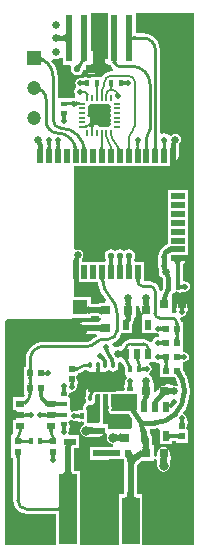
<source format=gtl>
G04*
G04 #@! TF.GenerationSoftware,Altium Limited,Altium Designer,18.1.6 (161)*
G04*
G04 Layer_Physical_Order=1*
G04 Layer_Color=255*
%FSLAX24Y24*%
%MOIN*%
G70*
G01*
G75*
%ADD12C,0.0080*%
%ADD13C,0.0100*%
%ADD14R,0.0217X0.0217*%
%ADD15R,0.0315X0.0315*%
%ADD16R,0.0217X0.0335*%
%ADD17R,0.0315X0.0315*%
%ADD18R,0.0157X0.0197*%
%ADD19R,0.0945X0.0650*%
%ADD20O,0.0118X0.0236*%
%ADD21R,0.0315X0.0217*%
%ADD22R,0.0591X0.2362*%
%ADD23R,0.0591X0.1575*%
%ADD24R,0.0197X0.0157*%
%ADD25R,0.0217X0.0217*%
%ADD26R,0.0236X0.1575*%
%ADD27O,0.0236X0.0079*%
%ADD28O,0.0079X0.0236*%
%ADD29R,0.0606X0.0669*%
%ADD30R,0.0197X0.0472*%
%ADD31R,0.0472X0.0197*%
%ADD32R,0.0394X0.0236*%
%ADD57C,0.0160*%
%ADD58C,0.0200*%
%ADD59C,0.0100*%
%ADD60C,0.0120*%
%ADD61C,0.0140*%
%ADD62C,0.0160*%
%ADD63C,0.0080*%
%ADD64C,0.0472*%
%ADD65R,0.0472X0.0472*%
%ADD66R,0.0492X0.0492*%
%ADD67C,0.0492*%
%ADD68C,0.0200*%
%ADD69C,0.0220*%
%ADD70C,0.0260*%
%ADD71C,0.0197*%
%ADD72C,0.0320*%
%ADD73C,0.0157*%
G36*
X-1117Y16730D02*
X-1119Y16745D01*
X-1123Y16759D01*
X-1131Y16771D01*
X-1143Y16781D01*
X-1157Y16790D01*
X-1175Y16797D01*
X-1195Y16803D01*
X-1219Y16807D01*
X-1247Y16809D01*
X-1253Y16809D01*
X-1324Y16804D01*
X-1339Y16801D01*
X-1351Y16798D01*
X-1362Y16795D01*
X-1370Y16791D01*
X-1377Y16787D01*
Y16993D01*
X-1370Y16988D01*
X-1362Y16984D01*
X-1351Y16981D01*
X-1339Y16978D01*
X-1324Y16976D01*
X-1290Y16972D01*
X-1256Y16970D01*
X-1247Y16971D01*
X-1219Y16973D01*
X-1195Y16977D01*
X-1175Y16983D01*
X-1157Y16990D01*
X-1143Y16999D01*
X-1131Y17009D01*
X-1123Y17021D01*
X-1119Y17035D01*
X-1117Y17050D01*
Y16730D01*
D02*
G37*
G36*
X1118Y16980D02*
X1121Y16972D01*
X1126Y16964D01*
X1133Y16958D01*
X1142Y16952D01*
X1153Y16948D01*
X1166Y16944D01*
X1181Y16942D01*
X1198Y16940D01*
X1217Y16940D01*
Y16840D01*
X1198Y16839D01*
X1181Y16838D01*
X1166Y16835D01*
X1153Y16832D01*
X1142Y16827D01*
X1133Y16822D01*
X1126Y16815D01*
X1121Y16808D01*
X1118Y16799D01*
X1117Y16790D01*
Y16990D01*
X1118Y16980D01*
D02*
G37*
G36*
X-459Y16105D02*
X-467Y16109D01*
X-475Y16111D01*
X-484Y16110D01*
X-494Y16105D01*
X-504Y16098D01*
X-514Y16087D01*
X-525Y16073D01*
X-537Y16056D01*
X-549Y16037D01*
X-561Y16014D01*
X-601Y16023D01*
X-571Y15997D01*
X-582Y15979D01*
X-613Y15918D01*
X-618Y15906D01*
X-621Y15894D01*
X-624Y15884D01*
X-626Y15875D01*
X-626Y15867D01*
X-759Y15974D01*
X-746Y15977D01*
X-733Y15982D01*
X-720Y15988D01*
X-709Y15995D01*
X-697Y16004D01*
X-686Y16013D01*
X-676Y16024D01*
X-666Y16036D01*
X-660Y16045D01*
X-648Y16069D01*
X-615Y16147D01*
X-609Y16168D01*
X-605Y16186D01*
X-604Y16201D01*
X-605Y16214D01*
X-609Y16224D01*
X-616Y16232D01*
X-459Y16105D01*
D02*
G37*
G36*
X-1931Y16288D02*
X-1928Y16277D01*
X-1923Y16267D01*
X-1917Y16257D01*
X-1908Y16247D01*
X-1898Y16237D01*
X-1886Y16227D01*
X-1873Y16218D01*
X-1857Y16208D01*
X-1839Y16199D01*
X-1843Y16084D01*
X-1860Y16092D01*
X-1875Y16098D01*
X-1888Y16102D01*
X-1900Y16104D01*
X-1909Y16104D01*
X-1917Y16102D01*
X-1924Y16098D01*
X-1928Y16093D01*
X-1931Y16085D01*
X-1932Y16075D01*
Y16298D01*
X-1931Y16288D01*
D02*
G37*
G36*
X598Y16104D02*
X592Y16101D01*
X588Y16097D01*
X585Y16091D01*
X584Y16083D01*
X584Y16074D01*
X585Y16063D01*
X588Y16050D01*
X592Y16035D01*
X598Y16019D01*
X477Y16008D01*
X470Y16027D01*
X455Y16057D01*
X447Y16070D01*
X439Y16081D01*
X430Y16089D01*
X422Y16096D01*
X413Y16101D01*
X404Y16104D01*
X395Y16105D01*
X606D01*
X598Y16104D01*
D02*
G37*
G36*
X282Y16205D02*
X266Y16193D01*
X262Y16191D01*
X197Y16177D01*
Y16041D01*
X248Y16024D01*
X282D01*
Y16002D01*
X368D01*
X377Y15985D01*
X383Y15970D01*
X384Y15968D01*
X386Y15963D01*
X387Y15961D01*
X387Y15961D01*
X390Y15953D01*
X442Y15886D01*
X466Y15868D01*
X444Y15787D01*
X394Y15773D01*
X394Y15773D01*
D01*
X298Y15760D01*
X209Y15724D01*
X189Y15709D01*
X132Y15665D01*
X76Y15592D01*
X-257D01*
Y15592D01*
X-325Y15549D01*
X-392Y15555D01*
X-396Y15558D01*
X-399Y15563D01*
X-411Y15571D01*
X-422Y15580D01*
X-427Y15582D01*
X-432Y15585D01*
X-446Y15588D01*
X-460Y15592D01*
X-466Y15592D01*
X-471Y15593D01*
X-485Y15590D01*
X-500Y15589D01*
X-505Y15586D01*
X-510Y15585D01*
X-522Y15577D01*
X-535Y15571D01*
X-539Y15566D01*
X-543Y15563D01*
X-544Y15562D01*
X-551Y15566D01*
X-560Y15568D01*
X-569Y15571D01*
X-579Y15572D01*
X-590Y15574D01*
X-599Y15572D01*
X-608Y15572D01*
X-618Y15568D01*
X-629Y15566D01*
X-636Y15561D01*
X-645Y15557D01*
X-653Y15550D01*
X-661Y15544D01*
X-708Y15535D01*
X-758Y15502D01*
X-791Y15452D01*
X-803Y15394D01*
X-791Y15335D01*
X-787Y15330D01*
X-779Y15246D01*
X-823Y15180D01*
X-839Y15102D01*
X-823Y15024D01*
X-796Y14982D01*
X-814Y14938D01*
X-834Y14906D01*
X-904Y14892D01*
X-906Y14891D01*
X-983Y14883D01*
X-983Y14883D01*
X-1080D01*
X-1084Y14884D01*
X-1088Y14883D01*
X-1094D01*
X-1095Y14884D01*
X-1096Y14883D01*
X-1380D01*
X-1382Y14962D01*
Y15602D01*
X-1382D01*
X-1397Y15755D01*
X-1441Y15902D01*
X-1514Y16038D01*
X-1592Y16133D01*
X-1549Y16196D01*
X-1543Y16200D01*
X-1457Y16183D01*
X-1367Y16201D01*
X-1298Y16247D01*
X-1264Y16238D01*
X-1218Y16216D01*
Y16002D01*
X-987D01*
X-939Y15922D01*
X-950Y15866D01*
X-934Y15784D01*
X-888Y15715D01*
X-818Y15668D01*
X-736Y15652D01*
X-654Y15668D01*
X-585Y15715D01*
X-538Y15784D01*
X-531Y15819D01*
X-450D01*
X-445Y15796D01*
X-433Y15778D01*
Y16002D01*
X-282D01*
Y16024D01*
X-215D01*
X-212Y16027D01*
X-201Y16039D01*
X-197Y16045D01*
Y16478D01*
X-261Y16448D01*
X-282Y16463D01*
Y17717D01*
X282D01*
Y16205D01*
D02*
G37*
G36*
X-471Y15444D02*
X-466Y15444D01*
Y15344D01*
X-471Y15344D01*
Y15296D01*
X-472Y15305D01*
X-475Y15313D01*
X-480Y15321D01*
X-487Y15327D01*
X-496Y15332D01*
X-507Y15336D01*
X-520Y15339D01*
X-523Y15340D01*
X-528Y15339D01*
X-541Y15337D01*
X-552Y15334D01*
X-563Y15330D01*
X-573Y15326D01*
X-582Y15321D01*
X-590Y15316D01*
Y15472D01*
X-582Y15466D01*
X-573Y15462D01*
X-563Y15457D01*
X-552Y15454D01*
X-541Y15451D01*
X-528Y15448D01*
X-523Y15448D01*
X-520Y15448D01*
X-507Y15451D01*
X-496Y15456D01*
X-487Y15461D01*
X-480Y15467D01*
X-475Y15474D01*
X-472Y15482D01*
X-471Y15491D01*
Y15444D01*
D02*
G37*
G36*
X787Y15482D02*
X790Y15474D01*
X795Y15467D01*
X802Y15461D01*
X811Y15456D01*
X822Y15451D01*
X835Y15448D01*
X838Y15448D01*
X843Y15448D01*
X856Y15451D01*
X867Y15454D01*
X878Y15457D01*
X888Y15462D01*
X897Y15466D01*
X905Y15472D01*
Y15316D01*
X897Y15321D01*
X888Y15326D01*
X878Y15330D01*
X867Y15334D01*
X856Y15337D01*
X843Y15339D01*
X838Y15340D01*
X835Y15339D01*
X822Y15336D01*
X811Y15332D01*
X802Y15327D01*
X795Y15321D01*
X790Y15313D01*
X787Y15305D01*
X786Y15296D01*
Y15344D01*
X781Y15344D01*
Y15444D01*
X786Y15444D01*
Y15491D01*
X787Y15482D01*
D02*
G37*
G36*
X464Y15296D02*
X458Y15293D01*
X452Y15289D01*
X447Y15284D01*
X443Y15276D01*
X440Y15268D01*
X437Y15257D01*
X435Y15245D01*
X434Y15232D01*
X434Y15216D01*
X354D01*
X353Y15232D01*
X352Y15245D01*
X350Y15257D01*
X348Y15268D01*
X344Y15276D01*
X340Y15284D01*
X335Y15289D01*
X330Y15293D01*
X323Y15296D01*
X316Y15296D01*
X471D01*
X464Y15296D01*
D02*
G37*
G36*
X-8D02*
X-15Y15293D01*
X-20Y15289D01*
X-25Y15284D01*
X-29Y15276D01*
X-33Y15268D01*
X-35Y15257D01*
X-37Y15245D01*
X-38Y15232D01*
X-39Y15216D01*
X-119D01*
X-119Y15232D01*
X-120Y15245D01*
X-122Y15257D01*
X-125Y15268D01*
X-128Y15276D01*
X-132Y15284D01*
X-137Y15289D01*
X-143Y15293D01*
X-149Y15296D01*
X-156Y15296D01*
X-1D01*
X-8Y15296D01*
D02*
G37*
G36*
X-398Y15092D02*
X-356Y15013D01*
X-355Y15007D01*
X-356Y15004D01*
X-360Y15004D01*
X-366Y15008D01*
X-431Y14933D01*
X-427Y14940D01*
X-424Y14948D01*
X-422Y14957D01*
X-423Y14967D01*
X-425Y14978D01*
X-428Y14991D01*
X-433Y15004D01*
X-440Y15019D01*
X-449Y15035D01*
X-459Y15052D01*
X-414Y15118D01*
X-398Y15092D01*
D02*
G37*
G36*
X642Y15073D02*
X644Y15071D01*
X646Y15069D01*
X658Y15061D01*
X684Y15043D01*
X539Y14998D01*
X559Y15054D01*
X641Y15074D01*
X642Y15073D01*
D02*
G37*
G36*
X-887Y14627D02*
X-897Y14634D01*
X-908Y14640D01*
X-919Y14646D01*
X-931Y14651D01*
X-944Y14655D01*
X-957Y14659D01*
X-970Y14661D01*
X-985Y14663D01*
X-1000Y14664D01*
X-1009Y14665D01*
X-1019Y14664D01*
X-1033Y14663D01*
X-1045Y14661D01*
X-1055Y14659D01*
X-1064Y14655D01*
X-1071Y14651D01*
X-1077Y14646D01*
X-1081Y14641D01*
X-1083Y14634D01*
X-1084Y14627D01*
Y14782D01*
X-1083Y14775D01*
X-1081Y14769D01*
X-1077Y14763D01*
X-1071Y14758D01*
X-1064Y14754D01*
X-1055Y14751D01*
X-1045Y14748D01*
X-1033Y14746D01*
X-1019Y14745D01*
X-1009Y14745D01*
X-1000Y14745D01*
X-970Y14748D01*
X-957Y14751D01*
X-944Y14754D01*
X-931Y14758D01*
X-919Y14763D01*
X-908Y14769D01*
X-897Y14776D01*
X-887Y14783D01*
Y14627D01*
D02*
G37*
G36*
X182Y14692D02*
X236Y14681D01*
X291Y14692D01*
X356Y14667D01*
X381Y14602D01*
X370Y14547D01*
X381Y14493D01*
X397Y14469D01*
X381Y14444D01*
X370Y14390D01*
X381Y14335D01*
X397Y14311D01*
X381Y14287D01*
X370Y14232D01*
X381Y14178D01*
X397Y14154D01*
X381Y14129D01*
X370Y14075D01*
X381Y14020D01*
X356Y13955D01*
X291Y13930D01*
X236Y13941D01*
X182Y13930D01*
X157Y13914D01*
X133Y13930D01*
X79Y13941D01*
X30Y13932D01*
X-41Y13975D01*
X-41Y14034D01*
X-18Y14051D01*
X-9Y14061D01*
X1Y14070D01*
X3Y14076D01*
X8Y14081D01*
X12Y14093D01*
X18Y14105D01*
X18Y14112D01*
X21Y14118D01*
X20Y14127D01*
X21Y14128D01*
X25Y14131D01*
X27Y14132D01*
X28Y14133D01*
X29Y14133D01*
X31Y14134D01*
X32Y14134D01*
X32Y14134D01*
X39Y14137D01*
X49Y14139D01*
X57Y14144D01*
X66Y14148D01*
X73Y14155D01*
X82Y14161D01*
X88Y14169D01*
X94Y14175D01*
X98Y14185D01*
X104Y14194D01*
X106Y14203D01*
X110Y14212D01*
X110Y14223D01*
X110Y14224D01*
X132Y14256D01*
X143Y14311D01*
X132Y14366D01*
X101Y14412D01*
X55Y14443D01*
X0Y14454D01*
X-55Y14443D01*
X-87Y14421D01*
X-88Y14421D01*
X-99Y14421D01*
X-108Y14417D01*
X-117Y14415D01*
X-126Y14410D01*
X-136Y14405D01*
X-142Y14399D01*
X-150Y14393D01*
X-156Y14384D01*
X-163Y14377D01*
X-167Y14368D01*
X-172Y14360D01*
X-174Y14350D01*
X-177Y14343D01*
X-177Y14343D01*
X-177Y14342D01*
X-178Y14340D01*
X-178Y14339D01*
X-179Y14339D01*
X-180Y14336D01*
X-183Y14332D01*
X-186Y14328D01*
X-192Y14321D01*
X-239Y14273D01*
X-243Y14270D01*
X-244Y14270D01*
X-261Y14252D01*
X-263Y14251D01*
X-273Y14240D01*
X-323Y14242D01*
X-357Y14249D01*
X-392Y14319D01*
X-381Y14335D01*
X-370Y14390D01*
X-381Y14444D01*
X-397Y14469D01*
X-381Y14493D01*
X-370Y14547D01*
X-381Y14602D01*
X-356Y14667D01*
X-291Y14692D01*
X-236Y14681D01*
X-182Y14692D01*
X-157Y14708D01*
X-133Y14692D01*
X-79Y14681D01*
X-24Y14692D01*
X0Y14708D01*
X24Y14692D01*
X79Y14681D01*
X133Y14692D01*
X157Y14708D01*
X182Y14692D01*
D02*
G37*
G36*
X-757Y14776D02*
X-746Y14769D01*
X-734Y14763D01*
X-723Y14758D01*
X-710Y14754D01*
X-697Y14751D01*
X-683Y14748D01*
X-669Y14746D01*
X-654Y14745D01*
X-638Y14745D01*
Y14665D01*
X-654Y14664D01*
X-683Y14661D01*
X-697Y14659D01*
X-710Y14655D01*
X-723Y14651D01*
X-734Y14646D01*
X-746Y14640D01*
X-757Y14634D01*
X-767Y14627D01*
Y14783D01*
X-757Y14776D01*
D02*
G37*
G36*
X-1131Y14312D02*
X-1084D01*
X-1093Y14311D01*
X-1101Y14308D01*
X-1108Y14303D01*
X-1114Y14296D01*
X-1119Y14287D01*
X-1124Y14276D01*
X-1127Y14263D01*
X-1127Y14260D01*
X-1127Y14256D01*
X-1124Y14243D01*
X-1121Y14231D01*
X-1117Y14220D01*
X-1113Y14210D01*
X-1108Y14202D01*
X-1103Y14194D01*
X-1259D01*
X-1254Y14202D01*
X-1249Y14210D01*
X-1245Y14220D01*
X-1241Y14231D01*
X-1238Y14243D01*
X-1236Y14256D01*
X-1235Y14260D01*
X-1235Y14263D01*
X-1239Y14276D01*
X-1243Y14287D01*
X-1248Y14296D01*
X-1254Y14303D01*
X-1261Y14308D01*
X-1269Y14311D01*
X-1278Y14312D01*
X-1231D01*
X-1231Y14317D01*
X-1131D01*
X-1131Y14312D01*
D02*
G37*
G36*
X10Y14233D02*
X3Y14232D01*
X-5Y14229D01*
X-13Y14226D01*
X-21Y14222D01*
X-29Y14217D01*
X-38Y14211D01*
X-47Y14205D01*
X-54Y14198D01*
X-63Y14188D01*
X-69Y14179D01*
X-74Y14170D01*
X-78Y14162D01*
X-80Y14154D01*
X-81Y14146D01*
X-82Y14138D01*
X-81Y14131D01*
X-182Y14189D01*
X-180Y14190D01*
X-178Y14192D01*
X-170Y14199D01*
X-128Y14240D01*
X-123Y14245D01*
X-106Y14264D01*
X-100Y14273D01*
X-94Y14282D01*
X-89Y14290D01*
X-85Y14298D01*
X-82Y14306D01*
X-79Y14314D01*
X-78Y14321D01*
X10Y14233D01*
D02*
G37*
G36*
X-212Y13979D02*
X-217Y13984D01*
X-225Y13987D01*
X-234Y13989D01*
X-245Y13987D01*
X-258Y13984D01*
X-273Y13979D01*
X-276Y13978D01*
X-156Y13979D01*
X-164Y13978D01*
X-171Y13975D01*
X-177Y13971D01*
X-182Y13966D01*
X-186Y13958D01*
X-190Y13949D01*
X-193Y13939D01*
X-195Y13927D01*
X-196Y13913D01*
X-196Y13898D01*
X-276D01*
X-276Y13913D01*
X-279Y13938D01*
X-280Y13949D01*
X-283Y13958D01*
X-285Y13965D01*
X-289Y13970D01*
X-290Y13971D01*
X-290Y13971D01*
X-309Y13961D01*
X-353Y13935D01*
X-366Y14020D01*
X-350Y14031D01*
X-323Y14051D01*
X-313Y14061D01*
X-306Y14070D01*
X-300Y14079D01*
X-297Y14087D01*
X-296Y14095D01*
X-297Y14103D01*
X-301Y14110D01*
X-212Y13979D01*
D02*
G37*
G36*
X-411Y13910D02*
X-425Y13905D01*
X-484Y13889D01*
X-484Y13890D01*
X-651Y13955D01*
X-638Y13951D01*
X-623Y13950D01*
X-606Y13949D01*
X-586Y13951D01*
X-564Y13954D01*
X-512Y13965D01*
X-483Y13973D01*
X-416Y13994D01*
X-411Y13910D01*
D02*
G37*
G36*
X2239Y13435D02*
X2234Y13426D01*
X2230Y13416D01*
X2226Y13405D01*
X2223Y13393D01*
X2220Y13379D01*
X2218Y13365D01*
X2216Y13334D01*
X2215Y13317D01*
X2115D01*
X2115Y13334D01*
X2113Y13365D01*
X2111Y13379D01*
X2108Y13393D01*
X2105Y13405D01*
X2101Y13416D01*
X2097Y13426D01*
X2092Y13435D01*
X2086Y13443D01*
X2245D01*
X2239Y13435D01*
D02*
G37*
G36*
X-1600D02*
X-1604Y13426D01*
X-1609Y13416D01*
X-1613Y13405D01*
X-1616Y13393D01*
X-1619Y13379D01*
X-1621Y13365D01*
X-1623Y13334D01*
X-1623Y13317D01*
X-1723D01*
X-1724Y13334D01*
X-1726Y13365D01*
X-1728Y13379D01*
X-1731Y13393D01*
X-1734Y13405D01*
X-1738Y13416D01*
X-1742Y13426D01*
X-1747Y13435D01*
X-1752Y13443D01*
X-1594D01*
X-1600Y13435D01*
D02*
G37*
G36*
X-1304Y13425D02*
X-1309Y13416D01*
X-1314Y13406D01*
X-1317Y13395D01*
X-1321Y13383D01*
X-1323Y13370D01*
X-1325Y13356D01*
X-1328Y13325D01*
X-1328Y13308D01*
X-1428D01*
X-1428Y13325D01*
X-1431Y13356D01*
X-1433Y13370D01*
X-1435Y13383D01*
X-1438Y13395D01*
X-1442Y13406D01*
X-1447Y13416D01*
X-1452Y13425D01*
X-1457Y13433D01*
X-1299D01*
X-1304Y13425D01*
D02*
G37*
G36*
X1351Y13423D02*
X1345Y13412D01*
X1339Y13400D01*
X1334Y13388D01*
X1329Y13375D01*
X1326Y13362D01*
X1323Y13348D01*
X1321Y13333D01*
X1320Y13318D01*
X1320Y13303D01*
X1240D01*
X1239Y13318D01*
X1238Y13333D01*
X1236Y13348D01*
X1233Y13362D01*
X1230Y13375D01*
X1225Y13388D01*
X1220Y13400D01*
X1214Y13412D01*
X1208Y13423D01*
X1200Y13433D01*
X1359D01*
X1351Y13423D01*
D02*
G37*
G36*
X2541Y13290D02*
X2547Y13208D01*
X2549Y13199D01*
X2552Y13193D01*
X2555Y13189D01*
X2558Y13188D01*
X2363D01*
X2367Y13189D01*
X2370Y13193D01*
X2372Y13199D01*
X2374Y13208D01*
X2376Y13219D01*
X2378Y13233D01*
X2380Y13268D01*
X2381Y13314D01*
X2541D01*
X2541Y13290D01*
D02*
G37*
G36*
X2216Y13269D02*
X2217Y13252D01*
X2220Y13237D01*
X2223Y13224D01*
X2227Y13213D01*
X2232Y13204D01*
X2239Y13197D01*
X2246Y13192D01*
X2254Y13189D01*
X2263Y13188D01*
X2068D01*
X2077Y13189D01*
X2085Y13192D01*
X2092Y13197D01*
X2098Y13204D01*
X2104Y13213D01*
X2108Y13224D01*
X2111Y13237D01*
X2113Y13252D01*
X2115Y13269D01*
X2115Y13288D01*
X2215D01*
X2216Y13269D01*
D02*
G37*
G36*
X1921D02*
X1922Y13252D01*
X1924Y13237D01*
X1928Y13224D01*
X1932Y13213D01*
X1937Y13204D01*
X1943Y13197D01*
X1950Y13192D01*
X1958Y13189D01*
X1967Y13188D01*
X1773D01*
X1782Y13189D01*
X1790Y13192D01*
X1797Y13197D01*
X1803Y13204D01*
X1808Y13213D01*
X1813Y13224D01*
X1816Y13237D01*
X1818Y13252D01*
X1820Y13269D01*
X1820Y13288D01*
X1920D01*
X1921Y13269D01*
D02*
G37*
G36*
X1625D02*
X1627Y13252D01*
X1629Y13237D01*
X1632Y13224D01*
X1637Y13213D01*
X1642Y13204D01*
X1648Y13197D01*
X1655Y13192D01*
X1663Y13189D01*
X1672Y13188D01*
X1478D01*
X1487Y13189D01*
X1495Y13192D01*
X1502Y13197D01*
X1508Y13204D01*
X1513Y13213D01*
X1517Y13224D01*
X1521Y13237D01*
X1523Y13252D01*
X1524Y13269D01*
X1525Y13288D01*
X1625D01*
X1625Y13269D01*
D02*
G37*
G36*
X-753Y13268D02*
X-748Y13251D01*
X-743Y13236D01*
X-737Y13223D01*
X-731Y13212D01*
X-724Y13204D01*
X-716Y13197D01*
X-708Y13192D01*
X-700Y13189D01*
X-690Y13188D01*
X-885D01*
X-877Y13189D01*
X-870Y13192D01*
X-865Y13197D01*
X-860Y13203D01*
X-857Y13212D01*
X-856Y13223D01*
X-855Y13236D01*
X-855Y13250D01*
X-857Y13267D01*
X-860Y13286D01*
X-757Y13286D01*
X-753Y13268D01*
D02*
G37*
G36*
X-1327Y13269D02*
X-1326Y13252D01*
X-1324Y13237D01*
X-1320Y13224D01*
X-1316Y13213D01*
X-1311Y13204D01*
X-1305Y13197D01*
X-1298Y13192D01*
X-1290Y13189D01*
X-1281Y13188D01*
X-1475D01*
X-1466Y13189D01*
X-1458Y13192D01*
X-1451Y13197D01*
X-1445Y13204D01*
X-1440Y13213D01*
X-1435Y13224D01*
X-1432Y13237D01*
X-1430Y13252D01*
X-1428Y13269D01*
X-1428Y13288D01*
X-1328D01*
X-1327Y13269D01*
D02*
G37*
G36*
X-1623D02*
X-1621Y13252D01*
X-1619Y13237D01*
X-1616Y13224D01*
X-1611Y13213D01*
X-1606Y13204D01*
X-1600Y13197D01*
X-1593Y13192D01*
X-1585Y13189D01*
X-1576Y13188D01*
X-1770D01*
X-1761Y13189D01*
X-1753Y13192D01*
X-1746Y13197D01*
X-1740Y13204D01*
X-1735Y13213D01*
X-1731Y13224D01*
X-1727Y13237D01*
X-1725Y13252D01*
X-1724Y13269D01*
X-1723Y13288D01*
X-1623D01*
X-1623Y13269D01*
D02*
G37*
G36*
X-1888Y13290D02*
X-1882Y13208D01*
X-1880Y13199D01*
X-1877Y13193D01*
X-1875Y13189D01*
X-1871Y13188D01*
X-2066D01*
X-2062Y13189D01*
X-2060Y13193D01*
X-2057Y13199D01*
X-2055Y13208D01*
X-2053Y13219D01*
X-2051Y13233D01*
X-2049Y13268D01*
X-2048Y13314D01*
X-1888D01*
X-1888Y13290D01*
D02*
G37*
G36*
X1320Y13252D02*
X1321Y13239D01*
X1323Y13226D01*
X1326Y13216D01*
X1330Y13207D01*
X1334Y13200D01*
X1339Y13194D01*
X1345Y13190D01*
X1352Y13187D01*
X1360Y13187D01*
X1200D01*
X1207Y13187D01*
X1214Y13190D01*
X1220Y13194D01*
X1225Y13200D01*
X1230Y13207D01*
X1233Y13216D01*
X1236Y13226D01*
X1238Y13239D01*
X1239Y13252D01*
X1240Y13268D01*
X1320D01*
X1320Y13252D01*
D02*
G37*
G36*
X1025D02*
X1026Y13239D01*
X1028Y13226D01*
X1031Y13216D01*
X1034Y13207D01*
X1039Y13200D01*
X1044Y13194D01*
X1050Y13190D01*
X1057Y13187D01*
X1064Y13187D01*
X904D01*
X912Y13187D01*
X919Y13190D01*
X925Y13194D01*
X930Y13200D01*
X934Y13207D01*
X938Y13216D01*
X941Y13226D01*
X943Y13239D01*
X944Y13252D01*
X944Y13268D01*
X1024D01*
X1025Y13252D01*
D02*
G37*
G36*
X672Y13248D02*
X679Y13236D01*
X685Y13224D01*
X692Y13214D01*
X699Y13206D01*
X706Y13199D01*
X713Y13194D01*
X721Y13190D01*
X729Y13187D01*
X737Y13187D01*
X592Y13188D01*
X592Y13196D01*
X590Y13220D01*
X589Y13227D01*
X586Y13242D01*
X584Y13248D01*
X579Y13262D01*
X666Y13263D01*
X672Y13248D01*
D02*
G37*
G36*
X434Y13226D02*
X436Y13199D01*
X436Y13194D01*
X437Y13191D01*
X438Y13189D01*
X440Y13187D01*
X441Y13187D01*
X346D01*
X348Y13187D01*
X349Y13189D01*
X350Y13191D01*
X351Y13194D01*
X352Y13199D01*
X353Y13204D01*
X353Y13218D01*
X354Y13235D01*
X434D01*
X434Y13226D01*
D02*
G37*
G36*
X119Y13252D02*
X120Y13239D01*
X122Y13226D01*
X125Y13216D01*
X129Y13207D01*
X133Y13200D01*
X138Y13194D01*
X144Y13190D01*
X151Y13187D01*
X159Y13187D01*
X1Y13188D01*
X8Y13189D01*
X15Y13191D01*
X20Y13195D01*
X25Y13201D01*
X29Y13208D01*
X33Y13217D01*
X35Y13227D01*
X37Y13239D01*
X38Y13253D01*
X39Y13268D01*
X119D01*
X119Y13252D01*
D02*
G37*
G36*
X-459Y13267D02*
X-455Y13251D01*
X-450Y13236D01*
X-444Y13223D01*
X-437Y13212D01*
X-430Y13203D01*
X-423Y13196D01*
X-414Y13191D01*
X-405Y13188D01*
X-396Y13187D01*
X-589Y13188D01*
X-582Y13189D01*
X-575Y13192D01*
X-570Y13197D01*
X-566Y13203D01*
X-563Y13212D01*
X-561Y13223D01*
X-561Y13236D01*
X-561Y13251D01*
X-563Y13267D01*
X-566Y13286D01*
X-463Y13286D01*
X-459Y13267D01*
D02*
G37*
G36*
X3150Y0D02*
X1439D01*
Y1675D01*
X1257D01*
X1256Y1677D01*
X1252Y1693D01*
X1249Y1714D01*
X1247Y1729D01*
Y2551D01*
X1256Y2619D01*
X1287Y2694D01*
X1313Y2728D01*
X1426Y2791D01*
X1427Y2792D01*
X1428Y2793D01*
X1430Y2794D01*
X1813D01*
Y2846D01*
X1813Y2846D01*
X1893Y2859D01*
X1895Y2856D01*
Y2856D01*
X1901Y2847D01*
X1901Y2847D01*
X1905Y2837D01*
X1912Y2831D01*
X1917Y2823D01*
X1926Y2817D01*
X1934Y2809D01*
X1925Y2774D01*
X1922Y2763D01*
X1918Y2752D01*
X1919Y2744D01*
X1917Y2735D01*
X1919Y2724D01*
X1920Y2713D01*
X1923Y2705D01*
X1925Y2696D01*
X1931Y2687D01*
X1936Y2676D01*
X1942Y2671D01*
Y2638D01*
X1957Y2560D01*
X2001Y2494D01*
X2068Y2449D01*
X2146Y2434D01*
X2224Y2449D01*
X2290Y2494D01*
X2334Y2560D01*
X2350Y2638D01*
Y2671D01*
X2355Y2676D01*
X2360Y2687D01*
X2367Y2696D01*
X2368Y2705D01*
X2372Y2713D01*
X2372Y2724D01*
X2374Y2735D01*
X2373Y2744D01*
X2373Y2752D01*
X2369Y2763D01*
X2367Y2774D01*
X2358Y2809D01*
X2365Y2817D01*
X2374Y2823D01*
X2379Y2831D01*
X2386Y2837D01*
X2390Y2847D01*
X2396Y2856D01*
X2398Y2865D01*
X2402Y2874D01*
X2402Y2884D01*
X2404Y2895D01*
X2402Y2904D01*
X2402Y2914D01*
X2398Y2923D01*
X2396Y2934D01*
X2391Y2942D01*
X2387Y2951D01*
X2380Y2958D01*
X2374Y2967D01*
X2366Y2972D01*
X2360Y2979D01*
X2350Y2983D01*
X2350Y2983D01*
Y3051D01*
X2334Y3129D01*
X2290Y3195D01*
X2224Y3240D01*
X2146Y3255D01*
X2068Y3240D01*
X2001Y3195D01*
X1957Y3129D01*
X1942Y3051D01*
Y2983D01*
X1942Y2983D01*
X1932Y2979D01*
X1925Y2972D01*
X1917Y2967D01*
X1911Y2958D01*
X1904Y2951D01*
X1901Y2944D01*
X1900Y2942D01*
X1895Y2934D01*
X1892Y2930D01*
X1813Y3001D01*
Y3204D01*
X1813Y3207D01*
X1813Y3211D01*
Y3309D01*
X1763D01*
X1762Y3317D01*
X1759Y3353D01*
Y3533D01*
X1755Y3556D01*
X1748Y3606D01*
X1720Y3674D01*
X1685Y3720D01*
Y3775D01*
X1685Y3778D01*
X1685Y3782D01*
Y3872D01*
X1820D01*
Y3871D01*
X1937Y3881D01*
X2016Y3809D01*
Y3345D01*
X2433D01*
Y3449D01*
X2547D01*
Y3404D01*
X2645D01*
X2649Y3403D01*
X2652Y3404D01*
X2964D01*
Y3820D01*
X2935D01*
X2892Y3900D01*
X2897Y3908D01*
X2909Y3967D01*
Y3988D01*
X2920Y3994D01*
X2923Y3999D01*
X2928Y4002D01*
X2936Y4014D01*
X2945Y4025D01*
X2947Y4030D01*
X2950Y4035D01*
X2953Y4049D01*
X2957Y4063D01*
X2957Y4068D01*
X2958Y4074D01*
X2955Y4088D01*
X2953Y4103D01*
X2951Y4107D01*
X2950Y4113D01*
X2942Y4125D01*
X2935Y4138D01*
X2933Y4140D01*
X2933Y4141D01*
X2934Y4152D01*
X2936Y4162D01*
X2934Y4172D01*
X2934Y4181D01*
X2930Y4191D01*
X2928Y4201D01*
X2923Y4209D01*
X2919Y4218D01*
X2912Y4226D01*
X2906Y4234D01*
X2897Y4281D01*
X2864Y4331D01*
X2814Y4364D01*
X2801Y4394D01*
X2884Y4530D01*
X2958Y4709D01*
X3003Y4897D01*
X3018Y5090D01*
X3018D01*
X3018Y5090D01*
Y5170D01*
X3018Y5172D01*
X3005Y5335D01*
X2966Y5496D01*
X2903Y5649D01*
X2870Y5702D01*
X2868Y5710D01*
X2851Y5740D01*
X2823Y5792D01*
X2804Y5836D01*
X2797Y5853D01*
X2793Y5868D01*
X2790Y5880D01*
X2788Y5889D01*
X2788Y5900D01*
X2787Y5903D01*
Y5996D01*
X2787D01*
X2789Y6075D01*
X2793Y6082D01*
X2803Y6086D01*
X2814Y6088D01*
X2822Y6093D01*
X2830Y6096D01*
X2838Y6104D01*
X2846Y6109D01*
X2893Y6119D01*
X2943Y6152D01*
X2976Y6201D01*
X2988Y6260D01*
X2976Y6318D01*
X2943Y6368D01*
X2893Y6401D01*
X2846Y6411D01*
X2838Y6416D01*
X2830Y6423D01*
X2822Y6427D01*
X2814Y6432D01*
X2803Y6434D01*
X2793Y6438D01*
X2789Y6445D01*
X2787Y6524D01*
X2787Y6524D01*
Y6941D01*
X2787D01*
X2787Y6996D01*
X2787D01*
Y7413D01*
X2730D01*
X2721Y7482D01*
X2700Y7533D01*
X2737Y7591D01*
X2754Y7603D01*
X2756Y7603D01*
X2814Y7615D01*
X2864Y7648D01*
X2897Y7697D01*
X2907Y7745D01*
X2912Y7753D01*
X2919Y7760D01*
X2923Y7769D01*
X2928Y7777D01*
X2930Y7787D01*
X2931Y7788D01*
X2935Y7791D01*
X2942Y7804D01*
X2950Y7817D01*
X2951Y7822D01*
X2953Y7827D01*
X2955Y7841D01*
X2957Y7856D01*
X2956Y7861D01*
X2957Y7866D01*
X2953Y7880D01*
X2950Y7895D01*
X2947Y7899D01*
X2945Y7904D01*
X2936Y7915D01*
X2928Y7928D01*
X2923Y7931D01*
X2920Y7935D01*
X2909Y7940D01*
Y8012D01*
X2897Y8070D01*
X2864Y8120D01*
X2814Y8153D01*
X2756Y8165D01*
X2697Y8153D01*
X2648Y8120D01*
X2615Y8070D01*
X2603Y8012D01*
Y7940D01*
X2592Y7935D01*
X2589Y7931D01*
X2584Y7928D01*
X2576Y7915D01*
X2567Y7904D01*
X2565Y7899D01*
X2562Y7895D01*
X2559Y7880D01*
X2555Y7866D01*
X2555Y7861D01*
X2554Y7856D01*
X2557Y7841D01*
X2559Y7827D01*
X2561Y7822D01*
X2562Y7817D01*
X2570Y7804D01*
X2577Y7791D01*
X2573Y7754D01*
X2518Y7713D01*
X2473Y7711D01*
X2423Y7754D01*
Y8269D01*
X2423Y8269D01*
X2440Y8342D01*
X2440Y8343D01*
X2482Y8404D01*
X2529Y8430D01*
X2562Y8440D01*
X2618Y8429D01*
X2627Y8431D01*
X2635Y8425D01*
X2646Y8416D01*
X2652Y8414D01*
X2657Y8411D01*
X2671Y8408D01*
X2684Y8404D01*
X2690Y8404D01*
X2696Y8403D01*
X2710Y8406D01*
X2724Y8407D01*
X2729Y8410D01*
X2735Y8411D01*
X2747Y8419D01*
X2759Y8425D01*
X2763Y8430D01*
X2768Y8433D01*
X2769Y8434D01*
X2775Y8430D01*
X2784Y8428D01*
X2793Y8425D01*
X2804Y8424D01*
X2814Y8422D01*
X2823Y8424D01*
X2833Y8424D01*
X2843Y8428D01*
X2853Y8430D01*
X2861Y8435D01*
X2870Y8439D01*
X2877Y8446D01*
X2885Y8452D01*
X2933Y8461D01*
X2982Y8494D01*
X3015Y8544D01*
X3027Y8602D01*
X3015Y8661D01*
X2982Y8711D01*
X2933Y8744D01*
X2885Y8753D01*
X2877Y8758D01*
X2870Y8766D01*
X2861Y8769D01*
X2853Y8775D01*
X2843Y8777D01*
X2833Y8781D01*
X2798Y8836D01*
X2792Y8859D01*
X2791Y8860D01*
Y9340D01*
X2792Y9348D01*
X2794Y9356D01*
X2797Y9357D01*
X2802Y9360D01*
X2807Y9362D01*
X2818Y9371D01*
X2830Y9379D01*
X2833Y9384D01*
X2837Y9387D01*
X2844Y9400D01*
X2852Y9412D01*
X2853Y9418D01*
X2856Y9422D01*
X2857Y9437D01*
X2860Y9451D01*
X2859Y9457D01*
X2860Y9462D01*
X2855Y9476D01*
X2852Y9490D01*
X2849Y9495D01*
X2848Y9500D01*
X2838Y9511D01*
X2830Y9523D01*
X2833Y9576D01*
X2840Y9609D01*
X2866Y9644D01*
X2974D01*
Y9939D01*
Y10235D01*
Y10530D01*
Y10825D01*
Y11120D01*
Y11416D01*
Y11813D01*
X2302D01*
Y11416D01*
Y11120D01*
Y10825D01*
Y10530D01*
Y10235D01*
Y10013D01*
X2291Y10011D01*
X2226Y9984D01*
X2214Y9980D01*
X2211Y9978D01*
X2205Y9976D01*
X2203Y9975D01*
X2202Y9974D01*
X2184Y9967D01*
X2092Y9896D01*
X2021Y9804D01*
X1977Y9697D01*
X1962Y9582D01*
X1962D01*
Y9285D01*
X1962D01*
X1977Y9167D01*
X1996Y9123D01*
X1990Y9094D01*
X2008Y9005D01*
X2059Y8929D01*
X2120Y8888D01*
Y8537D01*
X2120Y8536D01*
X2113Y8504D01*
X2095Y8476D01*
X2095Y8476D01*
X2093Y8473D01*
X2083Y8461D01*
X2044Y8463D01*
X2000Y8484D01*
X1992Y8545D01*
X1962Y8620D01*
X1912Y8684D01*
X1848Y8733D01*
X1773Y8764D01*
X1697Y8774D01*
X1693Y8775D01*
X1478D01*
Y9431D01*
X1212D01*
X1174Y9467D01*
X1155Y9500D01*
X1154Y9508D01*
X1154Y9510D01*
X1156Y9512D01*
X1160Y9520D01*
X1182Y9554D01*
X1198Y9636D01*
X1182Y9718D01*
X1136Y9788D01*
X1066Y9834D01*
X984Y9850D01*
X902Y9834D01*
X837Y9790D01*
X771Y9834D01*
X689Y9850D01*
X607Y9834D01*
X541Y9790D01*
X476Y9834D01*
X394Y9850D01*
X312Y9834D01*
X242Y9788D01*
X196Y9718D01*
X180Y9636D01*
X196Y9554D01*
X218Y9520D01*
X222Y9512D01*
X224Y9510D01*
X224Y9508D01*
X223Y9500D01*
X207Y9471D01*
X163Y9431D01*
X-532D01*
X-561Y9456D01*
X-582Y9508D01*
X-579Y9516D01*
X-539Y9575D01*
X-538Y9579D01*
X-525Y9646D01*
X-539Y9716D01*
X-579Y9775D01*
X-638Y9815D01*
X-709Y9829D01*
X-773Y9816D01*
X-782Y9817D01*
X-853Y9862D01*
Y12617D01*
X2364D01*
Y12712D01*
X2444Y12773D01*
X2461Y12769D01*
X2531Y12783D01*
X2590Y12823D01*
X2630Y12883D01*
X2644Y12953D01*
Y13137D01*
X2652Y13149D01*
X2652Y13150D01*
X2653Y13151D01*
X2656Y13169D01*
X2660Y13188D01*
X2660Y13189D01*
X2660Y13190D01*
X2656Y13209D01*
X2652Y13227D01*
X2651Y13228D01*
X2651Y13229D01*
X2647Y13235D01*
X2644Y13275D01*
Y13305D01*
X2669Y13374D01*
X2709Y13434D01*
X2710Y13437D01*
X2723Y13504D01*
X2709Y13574D01*
X2669Y13634D01*
X2610Y13673D01*
X2539Y13687D01*
X2469Y13673D01*
X2414Y13636D01*
X2409Y13634D01*
X2314Y13641D01*
X2310Y13648D01*
X2243Y13692D01*
X2165Y13708D01*
X2103Y13695D01*
X2023Y13738D01*
Y16490D01*
X2025D01*
X2006Y16634D01*
X1951Y16767D01*
X1863Y16882D01*
X1748Y16970D01*
X1614Y17026D01*
X1471Y17045D01*
Y17043D01*
X1218D01*
Y17717D01*
X3150D01*
X3150Y0D01*
D02*
G37*
G36*
X2403Y9745D02*
X2401Y9744D01*
X2397Y9741D01*
X2390Y9738D01*
X2368Y9729D01*
X2264Y9693D01*
X2249Y9884D01*
X2403Y9940D01*
Y9745D01*
D02*
G37*
G36*
X1066Y9561D02*
X1062Y9552D01*
X1058Y9542D01*
X1054Y9531D01*
X1051Y9518D01*
X1049Y9503D01*
X1045Y9471D01*
X1045Y9453D01*
X1044Y9442D01*
X1045Y9427D01*
X1048Y9388D01*
X1050Y9373D01*
X1054Y9360D01*
X1058Y9349D01*
X1063Y9340D01*
X1068Y9334D01*
X1074Y9331D01*
X1081Y9330D01*
X887D01*
X894Y9331D01*
X900Y9334D01*
X906Y9340D01*
X911Y9349D01*
X915Y9360D01*
X918Y9373D01*
X921Y9388D01*
X923Y9406D01*
X924Y9445D01*
X924Y9453D01*
X920Y9503D01*
X917Y9518D01*
X914Y9531D01*
X911Y9542D01*
X907Y9552D01*
X902Y9561D01*
X897Y9569D01*
X1071D01*
X1066Y9561D01*
D02*
G37*
G36*
X771D02*
X766Y9552D01*
X762Y9542D01*
X759Y9531D01*
X756Y9518D01*
X753Y9503D01*
X750Y9471D01*
X749Y9453D01*
X749Y9442D01*
X749Y9427D01*
X752Y9388D01*
X755Y9373D01*
X758Y9360D01*
X762Y9349D01*
X767Y9340D01*
X773Y9334D01*
X779Y9331D01*
X786Y9330D01*
X592D01*
X599Y9331D01*
X605Y9334D01*
X611Y9340D01*
X616Y9349D01*
X620Y9360D01*
X623Y9373D01*
X626Y9388D01*
X628Y9406D01*
X629Y9445D01*
X629Y9453D01*
X625Y9503D01*
X622Y9518D01*
X619Y9531D01*
X616Y9542D01*
X612Y9552D01*
X607Y9561D01*
X602Y9569D01*
X776D01*
X771Y9561D01*
D02*
G37*
G36*
X476D02*
X471Y9552D01*
X467Y9542D01*
X463Y9531D01*
X461Y9518D01*
X458Y9503D01*
X455Y9471D01*
X454Y9453D01*
X454Y9442D01*
X454Y9427D01*
X457Y9388D01*
X460Y9373D01*
X463Y9360D01*
X467Y9349D01*
X472Y9340D01*
X478Y9334D01*
X484Y9331D01*
X491Y9330D01*
X296D01*
X304Y9331D01*
X310Y9334D01*
X315Y9340D01*
X320Y9349D01*
X324Y9360D01*
X328Y9373D01*
X330Y9388D01*
X332Y9406D01*
X334Y9445D01*
X333Y9453D01*
X329Y9503D01*
X327Y9518D01*
X324Y9531D01*
X320Y9542D01*
X316Y9552D01*
X312Y9561D01*
X307Y9569D01*
X481D01*
X476Y9561D01*
D02*
G37*
G36*
X-707Y9432D02*
X-701Y9350D01*
X-699Y9341D01*
X-696Y9335D01*
X-693Y9331D01*
X-690Y9330D01*
X-885D01*
X-881Y9331D01*
X-878Y9335D01*
X-876Y9341D01*
X-874Y9350D01*
X-872Y9361D01*
X-870Y9375D01*
X-868Y9410D01*
X-867Y9456D01*
X-707D01*
X-707Y9432D01*
D02*
G37*
G36*
X2745Y9450D02*
X2733Y9446D01*
X2722Y9439D01*
X2713Y9429D01*
X2706Y9416D01*
X2699Y9400D01*
X2694Y9382D01*
X2691Y9361D01*
X2689Y9337D01*
X2688Y9310D01*
X2548D01*
X2547Y9337D01*
X2545Y9361D01*
X2542Y9382D01*
X2537Y9400D01*
X2531Y9416D01*
X2523Y9429D01*
X2514Y9439D01*
X2503Y9446D01*
X2491Y9450D01*
X2478Y9451D01*
X2758D01*
X2745Y9450D01*
D02*
G37*
G36*
X-691Y8854D02*
Y8758D01*
X-43D01*
X-41Y8738D01*
X1Y8562D01*
X71Y8394D01*
X165Y8240D01*
X240Y8152D01*
X203Y8072D01*
X84D01*
X80Y8073D01*
X76Y8072D01*
X-21D01*
Y8023D01*
X-29Y8021D01*
X-66Y8019D01*
X-230D01*
X-245Y8020D01*
X-266Y8024D01*
X-281Y8028D01*
X-284Y8029D01*
Y8259D01*
X-853D01*
Y8861D01*
X-791Y8912D01*
X-787Y8911D01*
X-771Y8914D01*
X-691Y8854D01*
D02*
G37*
G36*
X1354Y8860D02*
X1349Y8857D01*
X1344Y8853D01*
X1340Y8848D01*
X1337Y8840D01*
X1334Y8831D01*
X1332Y8821D01*
X1331Y8809D01*
X1330Y8795D01*
X1330Y8780D01*
X1230D01*
X1229Y8795D01*
X1227Y8821D01*
X1225Y8831D01*
X1222Y8840D01*
X1219Y8848D01*
X1215Y8853D01*
X1210Y8857D01*
X1205Y8860D01*
X1200Y8861D01*
X1359D01*
X1354Y8860D01*
D02*
G37*
G36*
X187Y8858D02*
X180Y8856D01*
X174Y8851D01*
X169Y8844D01*
X165Y8835D01*
X162Y8824D01*
X160Y8811D01*
X160Y8796D01*
X160Y8779D01*
X162Y8760D01*
X60Y8760D01*
X58Y8779D01*
X55Y8796D01*
X51Y8811D01*
X46Y8824D01*
X40Y8835D01*
X34Y8844D01*
X27Y8851D01*
X19Y8855D01*
X11Y8858D01*
X1Y8859D01*
X196D01*
X187Y8858D01*
D02*
G37*
G36*
X2696Y8700D02*
X2541D01*
X2542Y8701D01*
X2543Y8705D01*
X2544Y8712D01*
X2545Y8722D01*
X2547Y8768D01*
X2548Y8840D01*
X2688D01*
X2696Y8700D01*
D02*
G37*
G36*
X2697Y8691D02*
X2700Y8683D01*
X2705Y8676D01*
X2712Y8669D01*
X2721Y8664D01*
X2732Y8660D01*
X2745Y8657D01*
X2747Y8656D01*
X2752Y8657D01*
X2765Y8659D01*
X2777Y8662D01*
X2788Y8666D01*
X2797Y8670D01*
X2806Y8675D01*
X2814Y8680D01*
Y8524D01*
X2806Y8530D01*
X2797Y8534D01*
X2788Y8539D01*
X2777Y8542D01*
X2765Y8545D01*
X2752Y8548D01*
X2747Y8549D01*
X2745Y8548D01*
X2732Y8545D01*
X2721Y8541D01*
X2712Y8535D01*
X2705Y8529D01*
X2700Y8522D01*
X2697Y8514D01*
X2696Y8505D01*
Y8552D01*
X2691Y8552D01*
Y8652D01*
X2696Y8652D01*
Y8700D01*
X2697Y8691D01*
D02*
G37*
G36*
X1636Y8129D02*
X1658D01*
X1654Y8122D01*
X1650Y8114D01*
X1646Y8103D01*
X1643Y8091D01*
X1641Y8076D01*
X1642Y8069D01*
X1647Y8049D01*
X1654Y8031D01*
X1663Y8017D01*
X1673Y8005D01*
X1684Y7997D01*
X1697Y7993D01*
X1711Y7991D01*
X1635D01*
X1635Y7976D01*
X1475D01*
X1475Y7991D01*
X1399D01*
X1413Y7993D01*
X1426Y7997D01*
X1438Y8005D01*
X1448Y8017D01*
X1456Y8031D01*
X1463Y8049D01*
X1468Y8069D01*
X1469Y8076D01*
X1467Y8091D01*
X1464Y8103D01*
X1460Y8114D01*
X1456Y8122D01*
X1452Y8129D01*
X1475D01*
X1475Y8151D01*
X1635D01*
X1636Y8129D01*
D02*
G37*
G36*
X1045D02*
X1068D01*
X1063Y8122D01*
X1059Y8114D01*
X1056Y8103D01*
X1053Y8091D01*
X1050Y8076D01*
X1051Y8069D01*
X1057Y8049D01*
X1064Y8031D01*
X1072Y8017D01*
X1082Y8005D01*
X1093Y7997D01*
X1106Y7993D01*
X1121Y7991D01*
X1045D01*
X1045Y7976D01*
X885D01*
X884Y7991D01*
X808D01*
X823Y7993D01*
X836Y7997D01*
X847Y8005D01*
X857Y8017D01*
X865Y8031D01*
X872Y8049D01*
X878Y8069D01*
X879Y8076D01*
X876Y8091D01*
X873Y8103D01*
X870Y8114D01*
X866Y8122D01*
X862Y8129D01*
X884D01*
X885Y8151D01*
X1045D01*
X1045Y8129D01*
D02*
G37*
G36*
X2806Y7922D02*
X2808Y7892D01*
X2810Y7878D01*
X2813Y7865D01*
X2815Y7856D01*
X2856D01*
X2846Y7855D01*
X2838Y7852D01*
X2830Y7847D01*
X2824Y7840D01*
X2822Y7837D01*
X2824Y7833D01*
X2829Y7824D01*
X2834Y7816D01*
X2813D01*
X2810Y7807D01*
X2808Y7792D01*
X2806Y7775D01*
X2806Y7756D01*
X2706D01*
X2705Y7775D01*
X2704Y7792D01*
X2701Y7807D01*
X2699Y7816D01*
X2678D01*
X2683Y7824D01*
X2688Y7833D01*
X2690Y7837D01*
X2688Y7840D01*
X2682Y7847D01*
X2674Y7852D01*
X2666Y7855D01*
X2656Y7856D01*
X2696D01*
X2699Y7865D01*
X2701Y7878D01*
X2703Y7892D01*
X2706Y7922D01*
X2706Y7939D01*
X2806D01*
X2806Y7922D01*
D02*
G37*
G36*
X-384Y7996D02*
X-378Y7979D01*
X-368Y7964D01*
X-354Y7951D01*
X-336Y7940D01*
X-314Y7931D01*
X-288Y7924D01*
X-257Y7919D01*
X-223Y7916D01*
X-185Y7915D01*
Y7715D01*
X-223Y7714D01*
X-313Y7708D01*
X-335Y7703D01*
X-353Y7698D01*
X-367Y7692D01*
X-377Y7685D01*
X-383Y7677D01*
X-385Y7669D01*
X-386Y8015D01*
X-384Y7996D01*
D02*
G37*
G36*
X80Y7659D02*
X78Y7669D01*
X72Y7679D01*
X62Y7687D01*
X48Y7695D01*
X30Y7701D01*
X8Y7706D01*
X-18Y7710D01*
X-48Y7713D01*
X-120Y7715D01*
Y7915D01*
X-82Y7916D01*
X-18Y7920D01*
X8Y7924D01*
X30Y7929D01*
X48Y7935D01*
X62Y7943D01*
X72Y7951D01*
X78Y7961D01*
X80Y7971D01*
Y7659D01*
D02*
G37*
G36*
X-54Y7611D02*
X-30Y7609D01*
X-21Y7607D01*
Y7557D01*
X51D01*
X59Y7480D01*
X50Y7477D01*
X41Y7475D01*
X32Y7469D01*
X22Y7465D01*
X16Y7458D01*
X8Y7453D01*
X2Y7444D01*
X-5Y7436D01*
X-6Y7435D01*
X-11Y7434D01*
X-29Y7431D01*
X-66Y7428D01*
X-392D01*
Y7429D01*
X-532Y7411D01*
X-663Y7357D01*
X-775Y7271D01*
X-774Y7270D01*
X-818Y7204D01*
X-834Y7126D01*
X-818Y7048D01*
X-774Y6982D01*
X-708Y6938D01*
X-630Y6922D01*
X-552Y6938D01*
X-486Y6982D01*
X-486Y6982D01*
X-420Y7016D01*
X-396Y7021D01*
X-392Y7020D01*
X-104D01*
X-88Y6940D01*
X-112Y6930D01*
X-228Y6842D01*
X-228Y6842D01*
X-288Y6796D01*
X-306Y6784D01*
X-396Y6766D01*
X-403Y6767D01*
X-1850D01*
X-1851Y6767D01*
X-1969Y6755D01*
X-2082Y6721D01*
X-2187Y6665D01*
X-2279Y6590D01*
X-2354Y6498D01*
X-2410Y6393D01*
X-2444Y6280D01*
X-2456Y6162D01*
X-2456Y6161D01*
Y5917D01*
X-2511D01*
Y5500D01*
X-2511D01*
Y5444D01*
X-2511D01*
Y5028D01*
X-2511D01*
X-2491Y4980D01*
X-2546Y4913D01*
X-2885D01*
Y4496D01*
X-2786D01*
X-2780Y4489D01*
X-2751Y4416D01*
X-2769Y4389D01*
X-2781Y4331D01*
X-2769Y4272D01*
X-2751Y4245D01*
X-2780Y4172D01*
X-2786Y4165D01*
X-2885D01*
Y3748D01*
X-2885D01*
X-2878Y3733D01*
X-2925Y3653D01*
X-2925D01*
Y3237D01*
Y2882D01*
X-2869D01*
Y1489D01*
X-2870D01*
X-2855Y1370D01*
X-2809Y1258D01*
X-2735Y1163D01*
X-2639Y1089D01*
X-2528Y1043D01*
X-2408Y1027D01*
Y1028D01*
X-1439D01*
Y0D01*
X-3150D01*
X-3150Y7456D01*
X-3070Y7536D01*
X-955D01*
X-916Y7544D01*
X-883Y7566D01*
X-882Y7567D01*
X-389D01*
X-385Y7567D01*
X-381Y7567D01*
X-284D01*
Y7608D01*
X-238Y7611D01*
X-59D01*
X-54Y7611D01*
D02*
G37*
G36*
X1106Y7677D02*
X1093Y7672D01*
X1082Y7664D01*
X1072Y7653D01*
X1063Y7639D01*
X1057Y7622D01*
X1051Y7602D01*
X1048Y7579D01*
X1045Y7552D01*
X1045Y7523D01*
X885D01*
X884Y7552D01*
X882Y7579D01*
X878Y7602D01*
X872Y7622D01*
X866Y7639D01*
X857Y7653D01*
X848Y7664D01*
X836Y7672D01*
X823Y7677D01*
X809Y7678D01*
X1120D01*
X1106Y7677D01*
D02*
G37*
G36*
X2629Y7384D02*
X2630Y7369D01*
X2632Y7355D01*
X2635Y7343D01*
X2639Y7333D01*
X2643Y7325D01*
X2648Y7319D01*
X2654Y7314D01*
X2661Y7311D01*
X2669Y7311D01*
X2489D01*
X2497Y7311D01*
X2503Y7314D01*
X2509Y7319D01*
X2514Y7325D01*
X2519Y7333D01*
X2522Y7343D01*
X2525Y7355D01*
X2527Y7369D01*
X2528Y7384D01*
X2529Y7402D01*
X2629D01*
X2629Y7384D01*
D02*
G37*
G36*
X2119Y7256D02*
X2135Y7255D01*
X2152Y7255D01*
Y7155D01*
X2135Y7154D01*
X2119Y7153D01*
Y7105D01*
X2118Y7114D01*
X2114Y7123D01*
X2109Y7130D01*
X2102Y7137D01*
X2093Y7142D01*
X2082Y7147D01*
X2078Y7148D01*
X2078Y7148D01*
X2066Y7145D01*
X2055Y7141D01*
X2045Y7137D01*
X2036Y7132D01*
X2029Y7127D01*
Y7154D01*
X2017Y7155D01*
Y7255D01*
X2029Y7255D01*
Y7283D01*
X2036Y7277D01*
X2045Y7273D01*
X2055Y7268D01*
X2066Y7265D01*
X2078Y7262D01*
X2078Y7262D01*
X2082Y7263D01*
X2093Y7267D01*
X2102Y7273D01*
X2109Y7279D01*
X2114Y7287D01*
X2118Y7295D01*
X2119Y7305D01*
Y7256D01*
D02*
G37*
G36*
X80Y7068D02*
X78Y7079D01*
X72Y7088D01*
X62Y7097D01*
X48Y7104D01*
X30Y7110D01*
X8Y7115D01*
X-18Y7119D01*
X-48Y7122D01*
X-120Y7124D01*
Y7324D01*
X-82Y7325D01*
X-18Y7329D01*
X8Y7333D01*
X30Y7338D01*
X48Y7345D01*
X62Y7352D01*
X72Y7360D01*
X78Y7370D01*
X80Y7381D01*
Y7068D01*
D02*
G37*
G36*
X2669Y7098D02*
X2661Y7095D01*
X2653Y7090D01*
X2647Y7083D01*
X2641Y7074D01*
X2637Y7062D01*
X2633Y7049D01*
X2631Y7034D01*
X2629Y7017D01*
X2629Y6998D01*
X2529D01*
X2528Y7017D01*
X2527Y7034D01*
X2524Y7049D01*
X2521Y7062D01*
X2516Y7074D01*
X2511Y7083D01*
X2504Y7090D01*
X2497Y7095D01*
X2488Y7098D01*
X2479Y7099D01*
X2679D01*
X2669Y7098D01*
D02*
G37*
G36*
X2629Y6920D02*
X2631Y6903D01*
X2633Y6888D01*
X2637Y6875D01*
X2641Y6863D01*
X2647Y6854D01*
X2653Y6847D01*
X2661Y6842D01*
X2669Y6839D01*
X2679Y6838D01*
X2479D01*
X2488Y6839D01*
X2497Y6842D01*
X2504Y6847D01*
X2511Y6854D01*
X2516Y6863D01*
X2521Y6875D01*
X2524Y6888D01*
X2527Y6903D01*
X2528Y6920D01*
X2529Y6939D01*
X2629D01*
X2629Y6920D01*
D02*
G37*
G36*
X2117Y6784D02*
X2135Y6783D01*
X2152Y6782D01*
Y6682D01*
X2135Y6682D01*
X2117Y6681D01*
Y6632D01*
X2116Y6642D01*
X2113Y6650D01*
X2108Y6658D01*
X2101Y6664D01*
X2092Y6670D01*
X2081Y6674D01*
X2078Y6675D01*
X2078Y6675D01*
X2066Y6672D01*
X2055Y6669D01*
X2045Y6664D01*
X2036Y6660D01*
X2029Y6654D01*
Y6682D01*
X2017Y6682D01*
Y6782D01*
X2029Y6783D01*
Y6810D01*
X2036Y6805D01*
X2045Y6800D01*
X2055Y6796D01*
X2066Y6792D01*
X2078Y6789D01*
X2078Y6789D01*
X2081Y6790D01*
X2092Y6795D01*
X2101Y6800D01*
X2108Y6807D01*
X2113Y6814D01*
X2116Y6823D01*
X2117Y6832D01*
Y6784D01*
D02*
G37*
G36*
X1305Y7952D02*
X1308Y7947D01*
X1309Y7942D01*
X1319Y7931D01*
X1327Y7919D01*
X1331Y7916D01*
X1335Y7911D01*
X1348Y7905D01*
X1360Y7897D01*
X1365Y7896D01*
X1370Y7893D01*
X1372Y7893D01*
Y7835D01*
X1386Y7764D01*
X1425Y7705D01*
X1463Y7680D01*
X1438Y7600D01*
X1426D01*
Y7065D01*
X1842D01*
X1842Y7065D01*
X1920Y7061D01*
X1957Y7054D01*
X1965Y7049D01*
X1973Y7041D01*
X1982Y7038D01*
X1990Y7033D01*
X1994Y7032D01*
X2006Y7011D01*
X2007Y7006D01*
X2002Y6972D01*
X1980Y6937D01*
X1979Y6936D01*
X1969Y6935D01*
X1941Y6929D01*
X1891Y6919D01*
X1825Y6875D01*
X1782Y6810D01*
X1776Y6781D01*
X1718Y6762D01*
X1690Y6759D01*
X1631Y6804D01*
X1557Y6835D01*
X1481Y6845D01*
X1476Y6846D01*
X1043D01*
X1039Y6845D01*
X963Y6835D01*
X888Y6804D01*
X824Y6755D01*
X775Y6690D01*
X752Y6635D01*
X678D01*
Y6635D01*
X613Y6599D01*
X540Y6585D01*
X538Y6583D01*
X458Y6615D01*
X439Y6682D01*
X466Y6732D01*
X523Y6756D01*
X615Y6826D01*
X685Y6918D01*
X729Y7025D01*
X735Y7065D01*
X1094D01*
Y7312D01*
X1133Y7406D01*
X1148Y7523D01*
X1206Y7577D01*
X1222D01*
Y7678D01*
X1222Y7678D01*
X1222Y7679D01*
Y7953D01*
X1302Y7966D01*
X1305Y7952D01*
D02*
G37*
G36*
X936Y6516D02*
X941Y6444D01*
X942Y6435D01*
X944Y6427D01*
X946Y6422D01*
X949Y6417D01*
X862D01*
Y6319D01*
X949D01*
X947Y6315D01*
X944Y6309D01*
X942Y6302D01*
X941Y6293D01*
X939Y6282D01*
X937Y6256D01*
X936Y6206D01*
X836D01*
X836Y6224D01*
X831Y6287D01*
X780Y6284D01*
Y6219D01*
X778Y6232D01*
X774Y6244D01*
X766Y6254D01*
X756Y6263D01*
X742Y6271D01*
X729Y6276D01*
X726Y6275D01*
X718Y6271D01*
X712Y6267D01*
Y6281D01*
X706Y6282D01*
X684Y6285D01*
X658Y6287D01*
X630Y6288D01*
Y6448D01*
X658Y6449D01*
X684Y6451D01*
X706Y6454D01*
X712Y6456D01*
Y6469D01*
X718Y6465D01*
X726Y6461D01*
X729Y6460D01*
X742Y6465D01*
X756Y6473D01*
X766Y6482D01*
X774Y6492D01*
X778Y6504D01*
X780Y6517D01*
Y6452D01*
X796Y6450D01*
X832Y6449D01*
X834Y6468D01*
X835Y6498D01*
X836Y6535D01*
X936D01*
X936Y6516D01*
D02*
G37*
G36*
X2117Y6311D02*
X2135Y6310D01*
X2152Y6310D01*
Y6210D01*
X2135Y6210D01*
X2117Y6208D01*
Y6160D01*
X2116Y6169D01*
X2113Y6178D01*
X2108Y6185D01*
X2101Y6192D01*
X2092Y6197D01*
X2081Y6202D01*
X2078Y6203D01*
X2078Y6203D01*
X2066Y6200D01*
X2055Y6196D01*
X2045Y6192D01*
X2036Y6187D01*
X2029Y6182D01*
Y6210D01*
X2017Y6210D01*
Y6310D01*
X2029Y6310D01*
Y6338D01*
X2036Y6333D01*
X2045Y6328D01*
X2055Y6324D01*
X2066Y6320D01*
X2078Y6317D01*
X2078Y6317D01*
X2081Y6318D01*
X2092Y6322D01*
X2101Y6328D01*
X2108Y6334D01*
X2113Y6342D01*
X2116Y6350D01*
X2117Y6360D01*
Y6311D01*
D02*
G37*
G36*
X2686Y6350D02*
X2689Y6342D01*
X2694Y6334D01*
X2701Y6328D01*
X2710Y6322D01*
X2721Y6318D01*
X2725Y6317D01*
X2726Y6317D01*
X2737Y6320D01*
X2748Y6324D01*
X2758Y6328D01*
X2767Y6333D01*
X2775Y6338D01*
Y6310D01*
X2786Y6310D01*
Y6210D01*
X2775Y6210D01*
Y6182D01*
X2767Y6187D01*
X2758Y6192D01*
X2748Y6196D01*
X2737Y6200D01*
X2726Y6203D01*
X2725Y6203D01*
X2721Y6202D01*
X2710Y6197D01*
X2701Y6192D01*
X2694Y6185D01*
X2689Y6178D01*
X2686Y6169D01*
X2685Y6160D01*
Y6208D01*
X2668Y6210D01*
X2651Y6210D01*
Y6310D01*
X2668Y6310D01*
X2685Y6311D01*
Y6360D01*
X2686Y6350D01*
D02*
G37*
G36*
X980Y6202D02*
X974Y6199D01*
X968Y6195D01*
X964Y6188D01*
X962Y6180D01*
X961Y6170D01*
X961Y6157D01*
X962Y6143D01*
X965Y6128D01*
X970Y6110D01*
X857Y6105D01*
X851Y6124D01*
X845Y6140D01*
X839Y6155D01*
X832Y6168D01*
X825Y6179D01*
X818Y6187D01*
X810Y6194D01*
X801Y6199D01*
X792Y6202D01*
X783Y6203D01*
X988D01*
X980Y6202D01*
D02*
G37*
G36*
X215Y6184D02*
X216Y6184D01*
X219Y6178D01*
X219Y6178D01*
X219Y6178D01*
X228Y6161D01*
X256Y6099D01*
X259Y6090D01*
X259Y6085D01*
X257Y6082D01*
X254Y6082D01*
X248Y6085D01*
X148Y5925D01*
X147Y5950D01*
X142Y5999D01*
X137Y6023D01*
X125Y6071D01*
X116Y6095D01*
X96Y6143D01*
X85Y6164D01*
X81Y6170D01*
X72Y6178D01*
X63Y6186D01*
X54Y6192D01*
X45Y6196D01*
X35Y6200D01*
X25Y6202D01*
X138Y6304D01*
X215Y6184D01*
D02*
G37*
G36*
X2315Y6153D02*
X2306Y6150D01*
X2299Y6145D01*
X2292Y6138D01*
X2287Y6129D01*
X2282Y6118D01*
X2279Y6104D01*
X2276Y6089D01*
X2275Y6072D01*
X2274Y6053D01*
X2174D01*
X2174Y6072D01*
X2172Y6089D01*
X2170Y6104D01*
X2166Y6118D01*
X2162Y6129D01*
X2156Y6138D01*
X2150Y6145D01*
X2142Y6150D01*
X2134Y6153D01*
X2124Y6154D01*
X2324D01*
X2315Y6153D01*
D02*
G37*
G36*
X1028Y6036D02*
X1056Y5996D01*
X1065Y5986D01*
X1073Y5978D01*
X1081Y5971D01*
X1088Y5967D01*
X1095Y5964D01*
X1101Y5963D01*
X946D01*
X946Y5964D01*
X945Y5966D01*
X933Y5986D01*
X910Y6028D01*
X1018Y6053D01*
X1028Y6036D01*
D02*
G37*
G36*
X2275Y5975D02*
X2276Y5958D01*
X2279Y5943D01*
X2282Y5930D01*
X2287Y5919D01*
X2292Y5909D01*
X2299Y5902D01*
X2306Y5897D01*
X2315Y5894D01*
X2324Y5893D01*
X2124D01*
X2134Y5894D01*
X2142Y5897D01*
X2150Y5902D01*
X2156Y5909D01*
X2162Y5919D01*
X2166Y5930D01*
X2170Y5943D01*
X2172Y5958D01*
X2174Y5975D01*
X2174Y5994D01*
X2274D01*
X2275Y5975D01*
D02*
G37*
G36*
X-351Y5891D02*
X-352Y5899D01*
X-355Y5907D01*
X-360Y5913D01*
X-368Y5919D01*
X-377Y5923D01*
X-389Y5927D01*
X-403Y5930D01*
X-419Y5933D01*
X-437Y5934D01*
X-458Y5934D01*
Y6034D01*
X-437Y6035D01*
X-403Y6038D01*
X-389Y6041D01*
X-377Y6045D01*
X-368Y6050D01*
X-360Y6055D01*
X-355Y6062D01*
X-352Y6069D01*
X-351Y6077D01*
Y5891D01*
D02*
G37*
G36*
X-2253Y5896D02*
X-2251Y5879D01*
X-2249Y5864D01*
X-2245Y5851D01*
X-2241Y5840D01*
X-2235Y5831D01*
X-2229Y5824D01*
X-2221Y5819D01*
X-2213Y5816D01*
X-2203Y5815D01*
X-2403D01*
X-2394Y5816D01*
X-2385Y5819D01*
X-2378Y5824D01*
X-2371Y5831D01*
X-2366Y5840D01*
X-2361Y5851D01*
X-2358Y5864D01*
X-2355Y5879D01*
X-2354Y5896D01*
X-2353Y5916D01*
X-2253D01*
X-2253Y5896D01*
D02*
G37*
G36*
X-799Y5921D02*
X-797Y5920D01*
X-795Y5919D01*
X-791Y5918D01*
X-785Y5918D01*
X-772Y5917D01*
X-743Y5916D01*
Y5816D01*
X-754Y5816D01*
X-795Y5813D01*
X-797Y5813D01*
X-799Y5812D01*
X-800Y5811D01*
Y5922D01*
X-799Y5921D01*
D02*
G37*
G36*
X1417Y5954D02*
X1420Y5946D01*
X1425Y5939D01*
X1432Y5933D01*
X1441Y5928D01*
X1452Y5924D01*
X1465Y5920D01*
X1468Y5920D01*
X1473Y5921D01*
X1485Y5923D01*
X1497Y5926D01*
X1508Y5930D01*
X1518Y5934D01*
X1527Y5939D01*
X1534Y5944D01*
Y5788D01*
X1527Y5793D01*
X1518Y5798D01*
X1508Y5802D01*
X1497Y5806D01*
X1485Y5809D01*
X1473Y5812D01*
X1468Y5812D01*
X1465Y5812D01*
X1452Y5809D01*
X1441Y5804D01*
X1432Y5799D01*
X1425Y5793D01*
X1420Y5786D01*
X1417Y5778D01*
X1416Y5769D01*
Y5816D01*
X1411Y5816D01*
Y5916D01*
X1416Y5916D01*
Y5963D01*
X1417Y5954D01*
D02*
G37*
G36*
X707Y6085D02*
X762Y6070D01*
X763Y6069D01*
X764Y6062D01*
X769Y6056D01*
X780Y6028D01*
X825Y5969D01*
X845Y5936D01*
Y5668D01*
X895D01*
X908Y5652D01*
X915Y5561D01*
X882Y5511D01*
X873Y5464D01*
X868Y5456D01*
X860Y5448D01*
X857Y5440D01*
X851Y5432D01*
X849Y5421D01*
X845Y5412D01*
X846Y5402D01*
X844Y5393D01*
X846Y5382D01*
X846Y5372D01*
X850Y5363D01*
X851Y5354D01*
X856Y5347D01*
X854Y5346D01*
X851Y5342D01*
X847Y5338D01*
X840Y5325D01*
X832Y5313D01*
X831Y5308D01*
X828Y5303D01*
X827Y5288D01*
X824Y5274D01*
X826Y5269D01*
X825Y5263D01*
X829Y5249D01*
X832Y5235D01*
X835Y5231D01*
X837Y5225D01*
X846Y5214D01*
X854Y5202D01*
X818Y5132D01*
X806Y5119D01*
X651D01*
X612Y5112D01*
X610Y5110D01*
X404D01*
X365Y5102D01*
X353Y5094D01*
X341Y5102D01*
X302Y5110D01*
X141D01*
X139Y5110D01*
X94Y5150D01*
X93Y5159D01*
X95Y5189D01*
X96Y5201D01*
X101Y5219D01*
X106Y5234D01*
X106Y5234D01*
X106Y5235D01*
X110Y5235D01*
X120Y5239D01*
X130Y5241D01*
X138Y5247D01*
X147Y5250D01*
X155Y5257D01*
X164Y5263D01*
X169Y5271D01*
X176Y5278D01*
X180Y5288D01*
X186Y5296D01*
X187Y5306D01*
X191Y5314D01*
X191Y5325D01*
X193Y5334D01*
X220Y5375D01*
X232Y5433D01*
X220Y5492D01*
X204Y5516D01*
X204Y5524D01*
X205Y5537D01*
X203Y5543D01*
X203Y5550D01*
X198Y5562D01*
X194Y5575D01*
X190Y5580D01*
X187Y5587D01*
X178Y5596D01*
X170Y5606D01*
X163Y5609D01*
X158Y5614D01*
X149Y5632D01*
X140Y5660D01*
X136Y5691D01*
X136Y5701D01*
X140Y5707D01*
X142Y5712D01*
X145Y5716D01*
X207Y5763D01*
X269Y5775D01*
X321Y5811D01*
X348D01*
X401Y5775D01*
X463Y5763D01*
X525Y5775D01*
X577Y5811D01*
X612Y5863D01*
X625Y5925D01*
Y5979D01*
X626Y5984D01*
X626D01*
X625Y6043D01*
X627Y6045D01*
X676Y6086D01*
X699Y6086D01*
X707Y6085D01*
D02*
G37*
G36*
X4Y5900D02*
X4Y5896D01*
X3Y5890D01*
X2Y5861D01*
X1Y5839D01*
X1Y5837D01*
X3Y5820D01*
X5Y5805D01*
X9Y5792D01*
X13Y5781D01*
X19Y5772D01*
X25Y5765D01*
X33Y5760D01*
X41Y5756D01*
X51Y5755D01*
X-149D01*
X-140Y5756D01*
X-131Y5760D01*
X-124Y5765D01*
X-117Y5772D01*
X-112Y5781D01*
X-107Y5792D01*
X-104Y5805D01*
X-101Y5820D01*
X-101Y5828D01*
X-104Y5903D01*
X5D01*
X4Y5900D01*
D02*
G37*
G36*
X-1841Y5799D02*
X-1838Y5791D01*
X-1833Y5783D01*
X-1826Y5777D01*
X-1817Y5771D01*
X-1806Y5767D01*
X-1802Y5766D01*
X-1802Y5766D01*
X-1790Y5769D01*
X-1779Y5772D01*
X-1770Y5777D01*
X-1761Y5781D01*
X-1753Y5787D01*
Y5759D01*
X-1742Y5759D01*
Y5659D01*
X-1753Y5658D01*
Y5631D01*
X-1761Y5636D01*
X-1770Y5641D01*
X-1779Y5645D01*
X-1790Y5649D01*
X-1802Y5652D01*
X-1802Y5652D01*
X-1806Y5651D01*
X-1817Y5646D01*
X-1826Y5641D01*
X-1833Y5634D01*
X-1838Y5627D01*
X-1841Y5618D01*
X-1842Y5609D01*
Y5657D01*
X-1859Y5658D01*
X-1876Y5659D01*
Y5759D01*
X-1859Y5759D01*
X-1842Y5760D01*
Y5809D01*
X-1841Y5799D01*
D02*
G37*
G36*
X2687Y5878D02*
X2690Y5861D01*
X2694Y5841D01*
X2701Y5820D01*
X2709Y5797D01*
X2732Y5747D01*
X2761Y5690D01*
X2779Y5660D01*
X2658Y5548D01*
X2636Y5585D01*
X2594Y5642D01*
X2575Y5663D01*
X2557Y5679D01*
X2540Y5690D01*
X2525Y5696D01*
X2510Y5696D01*
X2497Y5691D01*
X2484Y5682D01*
X2686Y5894D01*
X2687Y5878D01*
D02*
G37*
G36*
X-2213Y5602D02*
X-2221Y5599D01*
X-2229Y5594D01*
X-2235Y5587D01*
X-2241Y5577D01*
X-2245Y5566D01*
X-2249Y5553D01*
X-2251Y5538D01*
X-2253Y5521D01*
X-2253Y5502D01*
X-2353D01*
X-2354Y5521D01*
X-2355Y5538D01*
X-2358Y5553D01*
X-2361Y5566D01*
X-2366Y5577D01*
X-2371Y5587D01*
X-2378Y5594D01*
X-2385Y5599D01*
X-2394Y5602D01*
X-2403Y5603D01*
X-2203D01*
X-2213Y5602D01*
D02*
G37*
G36*
X-2253Y5424D02*
X-2251Y5407D01*
X-2249Y5392D01*
X-2245Y5379D01*
X-2241Y5367D01*
X-2235Y5358D01*
X-2229Y5351D01*
X-2221Y5346D01*
X-2213Y5343D01*
X-2203Y5342D01*
X-2403D01*
X-2394Y5343D01*
X-2385Y5346D01*
X-2378Y5351D01*
X-2371Y5358D01*
X-2366Y5367D01*
X-2361Y5379D01*
X-2358Y5392D01*
X-2355Y5407D01*
X-2354Y5424D01*
X-2353Y5443D01*
X-2253D01*
X-2253Y5424D01*
D02*
G37*
G36*
X-855Y5422D02*
X-854Y5405D01*
X-806D01*
X-815Y5404D01*
X-824Y5401D01*
X-831Y5396D01*
X-838Y5389D01*
X-843Y5380D01*
X-848Y5369D01*
X-849Y5365D01*
X-849Y5365D01*
X-845Y5353D01*
X-842Y5342D01*
X-838Y5333D01*
X-833Y5324D01*
X-828Y5316D01*
X-855D01*
X-856Y5305D01*
X-956D01*
X-956Y5316D01*
X-984D01*
X-978Y5324D01*
X-973Y5333D01*
X-969Y5342D01*
X-966Y5353D01*
X-963Y5365D01*
X-962Y5365D01*
X-964Y5369D01*
X-968Y5380D01*
X-974Y5389D01*
X-980Y5396D01*
X-988Y5401D01*
X-996Y5404D01*
X-1006Y5405D01*
X-957D01*
X-956Y5422D01*
X-956Y5439D01*
X-856D01*
X-855Y5422D01*
D02*
G37*
G36*
X1842Y6101D02*
Y6101D01*
X1872Y6084D01*
X1891Y6073D01*
X1909Y6069D01*
X1909Y6069D01*
X1909Y6069D01*
X1969Y6058D01*
X1976Y6059D01*
X2016Y5985D01*
Y5579D01*
X2514D01*
X2515Y5578D01*
X2548Y5533D01*
X2600Y5434D01*
X2632Y5329D01*
X2577Y5285D01*
X2562Y5280D01*
X2551Y5288D01*
X2480Y5302D01*
X2462D01*
X2460Y5304D01*
X2449Y5309D01*
X2440Y5315D01*
X2431Y5317D01*
X2423Y5321D01*
X2412Y5321D01*
X2401Y5323D01*
X2392Y5321D01*
X2392Y5321D01*
X2391Y5324D01*
X2382Y5335D01*
X2374Y5346D01*
X2369Y5350D01*
X2366Y5354D01*
X2353Y5361D01*
X2341Y5369D01*
X2335Y5370D01*
X2330Y5372D01*
X2316Y5374D01*
X2302Y5376D01*
X2296Y5375D01*
X2291Y5376D01*
X2277Y5371D01*
X2263Y5369D01*
X2258Y5365D01*
X2253Y5364D01*
X2242Y5354D01*
X2230Y5346D01*
X2227Y5342D01*
X2222Y5338D01*
X2216Y5325D01*
X2208Y5313D01*
X2207Y5308D01*
X2204Y5303D01*
X2204Y5302D01*
X2146D01*
X2075Y5288D01*
X2016Y5248D01*
X1976Y5188D01*
X1971Y5162D01*
X1966Y5160D01*
X1954Y5158D01*
X1947Y5154D01*
X1939Y5151D01*
X1930Y5144D01*
X1920Y5138D01*
X1915Y5131D01*
X1909Y5125D01*
X1904Y5115D01*
X1897Y5105D01*
X1895Y5097D01*
X1891Y5090D01*
X1815Y5098D01*
X1813Y5099D01*
Y5263D01*
X1813Y5263D01*
X1813Y5265D01*
Y5271D01*
X1813Y5274D01*
X1813Y5278D01*
Y5376D01*
X1813D01*
X1782Y5413D01*
X1790Y5453D01*
X1772Y5543D01*
X1721Y5619D01*
X1674Y5650D01*
X1670Y5663D01*
X1674Y5739D01*
X1703Y5758D01*
X1736Y5808D01*
X1747Y5866D01*
X1736Y5925D01*
X1703Y5974D01*
X1653Y6007D01*
X1648Y6021D01*
X1704Y6101D01*
X1842D01*
X1842Y6101D01*
D02*
G37*
G36*
X1096Y5385D02*
X1092Y5376D01*
X1087Y5366D01*
X1084Y5356D01*
X1081Y5344D01*
X1078Y5331D01*
X1077Y5326D01*
X1078Y5323D01*
X1081Y5310D01*
X1085Y5299D01*
X1091Y5290D01*
X1097Y5283D01*
X1104Y5278D01*
X1112Y5275D01*
X1121Y5274D01*
X1074D01*
X1074Y5270D01*
X974D01*
X974Y5274D01*
X926D01*
X935Y5275D01*
X943Y5278D01*
X950Y5283D01*
X957Y5290D01*
X962Y5299D01*
X966Y5310D01*
X969Y5323D01*
X970Y5326D01*
X969Y5331D01*
X967Y5344D01*
X964Y5356D01*
X960Y5366D01*
X956Y5376D01*
X951Y5385D01*
X946Y5393D01*
X1102D01*
X1096Y5385D01*
D02*
G37*
G36*
X-19Y5646D02*
X8Y5608D01*
X21Y5619D01*
X26Y5604D01*
X32Y5591D01*
X39Y5579D01*
X46Y5568D01*
X54Y5558D01*
X63Y5550D01*
X72Y5543D01*
X82Y5537D01*
X92Y5532D01*
X104Y5528D01*
X-17Y5444D01*
X91Y5335D01*
X82Y5334D01*
X73Y5331D01*
X63Y5327D01*
X52Y5322D01*
X42Y5316D01*
X31Y5308D01*
X20Y5300D01*
X17Y5298D01*
X15Y5295D01*
X7Y5284D01*
X-1Y5273D01*
X-7Y5262D01*
X-12Y5252D01*
X-16Y5242D01*
X-19Y5233D01*
X-21Y5224D01*
X-131Y5334D01*
X-122Y5336D01*
X-112Y5338D01*
X-102Y5342D01*
X-92Y5347D01*
X-81Y5354D01*
X-70Y5361D01*
X-59Y5369D01*
X-57Y5372D01*
X-54Y5374D01*
X-46Y5385D01*
X-39Y5396D01*
X-32Y5407D01*
X-27Y5417D01*
X-23Y5427D01*
X-21Y5437D01*
X-19Y5443D01*
X-19Y5445D01*
X-21Y5450D01*
X-23Y5456D01*
X-34Y5487D01*
X-39Y5499D01*
X-51Y5514D01*
X-58Y5522D01*
X-66Y5528D01*
X-72Y5533D01*
X-78Y5536D01*
X-83Y5537D01*
X-87Y5536D01*
X-20Y5641D01*
X-19Y5646D01*
X-22Y5649D01*
X-130Y5728D01*
X-119Y5729D01*
X-114Y5730D01*
X-110Y5732D01*
X-107Y5733D01*
X-104Y5735D01*
X-102Y5736D01*
X-100Y5738D01*
X-100Y5740D01*
X-99Y5742D01*
X1D01*
X-19Y5646D01*
D02*
G37*
G36*
X1636Y5404D02*
X1638Y5377D01*
X1639Y5373D01*
X1658D01*
X1654Y5367D01*
X1650Y5358D01*
X1646Y5347D01*
X1645Y5341D01*
X1647Y5332D01*
X1654Y5314D01*
X1663Y5300D01*
X1673Y5289D01*
X1684Y5281D01*
X1697Y5276D01*
X1711Y5274D01*
X1637D01*
X1635Y5244D01*
X1635Y5220D01*
X1475D01*
X1475Y5244D01*
X1473Y5274D01*
X1399D01*
X1413Y5276D01*
X1426Y5281D01*
X1438Y5289D01*
X1448Y5300D01*
X1456Y5314D01*
X1463Y5332D01*
X1465Y5341D01*
X1464Y5347D01*
X1460Y5358D01*
X1456Y5367D01*
X1452Y5373D01*
X1472D01*
X1472Y5377D01*
X1474Y5404D01*
X1475Y5434D01*
X1635D01*
X1636Y5404D01*
D02*
G37*
G36*
X-1108Y5208D02*
X-1113Y5199D01*
X-1117Y5189D01*
X-1121Y5178D01*
X-1124Y5167D01*
X-1127Y5154D01*
X-1127Y5149D01*
X-1127Y5146D01*
X-1124Y5133D01*
X-1119Y5122D01*
X-1114Y5113D01*
X-1108Y5106D01*
X-1101Y5101D01*
X-1093Y5098D01*
X-1084Y5097D01*
X-1131D01*
X-1131Y5092D01*
X-1231D01*
X-1231Y5097D01*
X-1278D01*
X-1269Y5098D01*
X-1261Y5101D01*
X-1254Y5106D01*
X-1248Y5113D01*
X-1243Y5122D01*
X-1239Y5133D01*
X-1235Y5146D01*
X-1235Y5149D01*
X-1236Y5154D01*
X-1238Y5167D01*
X-1241Y5178D01*
X-1245Y5189D01*
X-1249Y5199D01*
X-1254Y5208D01*
X-1259Y5216D01*
X-1103D01*
X-1108Y5208D01*
D02*
G37*
G36*
X-2213Y5129D02*
X-2221Y5126D01*
X-2229Y5121D01*
X-2235Y5114D01*
X-2241Y5105D01*
X-2245Y5094D01*
X-2249Y5081D01*
X-2251Y5066D01*
X-2253Y5049D01*
X-2253Y5030D01*
X-2353D01*
X-2354Y5049D01*
X-2355Y5066D01*
X-2358Y5081D01*
X-2361Y5094D01*
X-2366Y5105D01*
X-2371Y5114D01*
X-2377Y5121D01*
X-2385Y5126D01*
X-2393Y5129D01*
X-2403Y5130D01*
X-2204D01*
X-2213Y5129D01*
D02*
G37*
G36*
X-1857D02*
X-1863Y5126D01*
X-1869Y5121D01*
X-1875Y5114D01*
X-1879Y5105D01*
X-1882Y5094D01*
X-1885Y5081D01*
X-1887Y5066D01*
X-1888Y5049D01*
X-1889Y5030D01*
X-2009D01*
X-2009Y5049D01*
X-2012Y5081D01*
X-2015Y5094D01*
X-2019Y5105D01*
X-2023Y5114D01*
X-2028Y5121D01*
X-2034Y5126D01*
X-2041Y5129D01*
X-2048Y5130D01*
X-1849D01*
X-1857Y5129D01*
D02*
G37*
G36*
X2304Y5260D02*
X2308Y5247D01*
X2316Y5235D01*
X2328Y5226D01*
X2342Y5217D01*
X2360Y5210D01*
X2369Y5208D01*
X2375Y5209D01*
X2385Y5213D01*
X2394Y5217D01*
X2401Y5221D01*
Y5202D01*
X2404Y5201D01*
X2432Y5199D01*
X2462Y5198D01*
Y5038D01*
X2432Y5037D01*
X2404Y5035D01*
X2401Y5035D01*
Y5015D01*
X2394Y5019D01*
X2385Y5023D01*
X2375Y5027D01*
X2369Y5028D01*
X2360Y5026D01*
X2342Y5019D01*
X2328Y5011D01*
X2316Y5001D01*
X2308Y4989D01*
X2304Y4976D01*
X2302Y4962D01*
Y5037D01*
X2272Y5038D01*
X2248Y5038D01*
Y5198D01*
X2272Y5198D01*
X2302Y5201D01*
Y5274D01*
X2304Y5260D01*
D02*
G37*
G36*
X2208Y4962D02*
X2201Y4963D01*
X2191Y4961D01*
X2178Y4956D01*
X2164Y4947D01*
X2147Y4935D01*
X2127Y4920D01*
X2081Y4879D01*
X2025Y4825D01*
X1912Y4938D01*
X1932Y4959D01*
X1977Y5011D01*
X1986Y5024D01*
X1992Y5036D01*
X1996Y5045D01*
X1997Y5053D01*
X1994Y5059D01*
X1989Y5063D01*
X2208Y4962D01*
D02*
G37*
G36*
X-104Y5139D02*
X-116Y5136D01*
X-128Y5133D01*
X-139Y5128D01*
X-150Y5123D01*
X-160Y5116D01*
X-166Y5111D01*
X-123D01*
X-134Y5110D01*
X-145Y5107D01*
X-156Y5103D01*
X-167Y5097D01*
X-177Y5089D01*
X-187Y5080D01*
X-197Y5069D01*
X-207Y5056D01*
X-216Y5041D01*
X-220Y5034D01*
X-222Y5030D01*
X-243Y4969D01*
X-245Y4960D01*
X-246Y4952D01*
X-247Y4946D01*
X-246Y4941D01*
X-347Y4983D01*
X-348Y4983D01*
X-348Y4985D01*
X-347Y4989D01*
X-345Y4996D01*
X-332Y5028D01*
X-315Y5067D01*
X-313Y5077D01*
X-314Y5088D01*
X-316Y5096D01*
X-321Y5102D01*
X-327Y5107D01*
X-336Y5110D01*
X-347Y5111D01*
X-284D01*
X-291Y5115D01*
X-216Y5243D01*
X-104Y5139D01*
D02*
G37*
G36*
X39Y4652D02*
X35Y4644D01*
X19Y4567D01*
X35Y4490D01*
X39Y4482D01*
Y4376D01*
X35Y4369D01*
X19Y4291D01*
X35Y4214D01*
X39Y4207D01*
Y4173D01*
X39Y4150D01*
X21Y4106D01*
X-12Y4073D01*
X-33Y4064D01*
X-79Y4055D01*
X-335Y4055D01*
X-354Y4055D01*
X-374Y4063D01*
X-412Y4093D01*
Y4490D01*
X-433D01*
Y4567D01*
X-433Y4583D01*
X-421Y4612D01*
X-399Y4634D01*
X-370Y4646D01*
X-354Y4646D01*
X-354Y4646D01*
X-276D01*
X-256Y4648D01*
X-221Y4662D01*
X-194Y4689D01*
X-179Y4725D01*
X-179Y4725D01*
X-155Y4761D01*
X-143Y4823D01*
Y4941D01*
X-143Y4942D01*
X-141Y4952D01*
X-128Y4990D01*
X-123Y4998D01*
X-118Y5005D01*
X-115Y5008D01*
X39D01*
Y4652D01*
D02*
G37*
G36*
X-1467Y4803D02*
X-1463Y4795D01*
X-1457Y4788D01*
X-1449Y4782D01*
X-1438Y4776D01*
X-1425Y4772D01*
X-1409Y4769D01*
X-1391Y4767D01*
X-1371Y4765D01*
X-1308Y4769D01*
X-1298Y4771D01*
X-1289Y4773D01*
X-1283Y4776D01*
X-1280Y4779D01*
X-1278Y4782D01*
Y4627D01*
X-1280Y4631D01*
X-1283Y4633D01*
X-1289Y4636D01*
X-1298Y4638D01*
X-1308Y4640D01*
X-1322Y4642D01*
X-1355Y4644D01*
X-1370Y4644D01*
X-1371Y4644D01*
X-1409Y4640D01*
X-1425Y4637D01*
X-1438Y4633D01*
X-1449Y4628D01*
X-1457Y4622D01*
X-1463Y4615D01*
X-1467Y4607D01*
X-1468Y4598D01*
Y4812D01*
X-1467Y4803D01*
D02*
G37*
G36*
X-2387Y4742D02*
X-2403Y4729D01*
X-2430Y4704D01*
X-2441Y4691D01*
X-2451Y4679D01*
X-2458Y4667D01*
X-2464Y4655D01*
X-2468Y4643D01*
X-2471Y4631D01*
X-2472Y4619D01*
Y4812D01*
X-2471Y4814D01*
X-2469Y4817D01*
X-2465Y4821D01*
X-2460Y4826D01*
X-2446Y4838D01*
X-2401Y4874D01*
X-2387Y4742D01*
D02*
G37*
G36*
X-1824Y4875D02*
X-1749Y4823D01*
X-1730Y4812D01*
X-1713Y4805D01*
X-1699Y4801D01*
X-1688Y4801D01*
X-1679Y4804D01*
X-1674Y4811D01*
X-1780Y4598D01*
X-1781Y4610D01*
X-1784Y4624D01*
X-1789Y4637D01*
X-1796Y4651D01*
X-1805Y4665D01*
X-1816Y4680D01*
X-1829Y4695D01*
X-1845Y4711D01*
X-1881Y4743D01*
X-1855Y4900D01*
X-1824Y4875D01*
D02*
G37*
G36*
X2482Y4662D02*
X2475Y4661D01*
X2468Y4659D01*
X2461Y4655D01*
X2452Y4651D01*
X2443Y4645D01*
X2433Y4638D01*
X2411Y4619D01*
X2386Y4595D01*
X2315Y4666D01*
X2328Y4679D01*
X2358Y4713D01*
X2365Y4723D01*
X2371Y4732D01*
X2376Y4740D01*
X2379Y4748D01*
X2381Y4755D01*
X2382Y4761D01*
X2482Y4662D01*
D02*
G37*
G36*
X2025Y4825D02*
X2001Y4786D01*
X1964Y4717D01*
X1952Y4687D01*
X1943Y4660D01*
X1938Y4637D01*
X1937Y4616D01*
X1939Y4598D01*
X1946Y4584D01*
X1956Y4572D01*
X1743Y4743D01*
X1750Y4744D01*
X1758Y4749D01*
X1768Y4756D01*
X1778Y4766D01*
X1790Y4778D01*
X1816Y4812D01*
X1848Y4858D01*
X1866Y4885D01*
X2025Y4825D01*
D02*
G37*
G36*
X-416Y5808D02*
X-367Y5775D01*
X-305Y5763D01*
X-243Y5716D01*
X-240Y5712D01*
X-239Y5707D01*
X-229Y5695D01*
X-221Y5683D01*
X-220Y5682D01*
X-217Y5674D01*
X-217Y5674D01*
X-217Y5674D01*
X-203Y5660D01*
X-193Y5648D01*
X-191Y5627D01*
X-177Y5582D01*
X-179Y5578D01*
X-185Y5565D01*
X-186Y5559D01*
X-188Y5555D01*
X-188Y5540D01*
X-189Y5525D01*
X-187Y5520D01*
X-187Y5515D01*
X-184Y5507D01*
X-179Y5479D01*
X-188Y5439D01*
X-203Y5406D01*
X-208Y5398D01*
X-215Y5391D01*
X-219Y5382D01*
X-225Y5373D01*
X-227Y5364D01*
X-231Y5355D01*
X-231Y5344D01*
X-231Y5342D01*
X-242Y5341D01*
X-250Y5338D01*
X-259Y5336D01*
X-268Y5329D01*
X-278Y5324D01*
X-284Y5317D01*
X-291Y5312D01*
X-297Y5303D01*
X-304Y5294D01*
X-352Y5212D01*
X-362Y5210D01*
X-378Y5208D01*
X-382Y5206D01*
X-386Y5205D01*
X-399Y5196D01*
X-413Y5189D01*
X-416Y5185D01*
X-419Y5183D01*
X-428Y5170D01*
X-438Y5157D01*
X-439Y5153D01*
X-441Y5150D01*
X-444Y5134D01*
X-449Y5119D01*
X-448Y5115D01*
X-449Y5111D01*
X-446Y5095D01*
X-444Y5080D01*
X-442Y5076D01*
X-441Y5072D01*
X-433Y5059D01*
X-431Y5055D01*
X-439Y5033D01*
X-440Y5030D01*
X-441Y5028D01*
X-444Y5021D01*
X-444Y5017D01*
X-446Y5014D01*
X-447Y5010D01*
X-447Y4998D01*
X-448Y4995D01*
X-450Y4989D01*
X-450Y4988D01*
X-450Y4987D01*
X-450Y4985D01*
X-448Y4977D01*
X-449Y4970D01*
X-448Y4969D01*
X-460Y4882D01*
X-458D01*
X-446Y4823D01*
X-440Y4814D01*
X-438Y4742D01*
X-461Y4712D01*
X-471Y4706D01*
X-493Y4684D01*
X-493Y4684D01*
X-515Y4651D01*
X-527Y4622D01*
X-527Y4622D01*
X-527Y4622D01*
X-531Y4604D01*
X-535Y4583D01*
X-535Y4583D01*
X-535Y4583D01*
X-535Y4567D01*
Y4515D01*
X-544Y4502D01*
X-557Y4491D01*
X-582Y4479D01*
X-613Y4473D01*
X-619Y4478D01*
X-624Y4480D01*
X-629Y4483D01*
X-643Y4486D01*
X-657Y4490D01*
X-662Y4489D01*
X-668Y4491D01*
X-682Y4488D01*
X-696Y4487D01*
X-702Y4484D01*
X-707Y4483D01*
X-719Y4475D01*
X-732Y4468D01*
X-735Y4464D01*
X-740Y4461D01*
X-741Y4459D01*
X-747Y4464D01*
X-757Y4465D01*
X-765Y4469D01*
X-776Y4469D01*
X-786Y4471D01*
X-796Y4469D01*
X-805Y4470D01*
X-815Y4466D01*
X-825Y4464D01*
X-833Y4458D01*
X-842Y4455D01*
X-850Y4447D01*
X-858Y4442D01*
X-903Y4433D01*
X-905Y4433D01*
X-934Y4449D01*
X-983Y4509D01*
Y4526D01*
X-983D01*
Y4883D01*
X-983D01*
X-1026Y4951D01*
X-1020Y5018D01*
X-1017Y5022D01*
X-1012Y5025D01*
X-1004Y5037D01*
X-995Y5048D01*
X-990Y5057D01*
X-990Y5058D01*
X-930Y5098D01*
X-906Y5103D01*
X-906Y5103D01*
X-847Y5115D01*
X-797Y5148D01*
X-764Y5197D01*
X-755Y5245D01*
X-750Y5253D01*
X-742Y5260D01*
X-739Y5269D01*
X-733Y5277D01*
X-731Y5287D01*
X-727Y5297D01*
X-727Y5307D01*
X-726Y5316D01*
X-728Y5326D01*
X-728Y5337D01*
X-729Y5339D01*
X-726Y5341D01*
X-719Y5354D01*
X-711Y5366D01*
X-710Y5371D01*
X-708Y5376D01*
X-706Y5390D01*
X-704Y5405D01*
X-705Y5410D01*
X-704Y5415D01*
X-708Y5429D01*
X-711Y5444D01*
X-714Y5448D01*
X-716Y5453D01*
X-725Y5465D01*
X-733Y5477D01*
X-738Y5480D01*
X-741Y5484D01*
X-753Y5490D01*
Y5512D01*
X-764Y5570D01*
X-769Y5578D01*
X-726Y5658D01*
X-697D01*
Y5719D01*
X-651Y5725D01*
X-566Y5761D01*
X-504Y5808D01*
X-434Y5810D01*
X-416Y5808D01*
D02*
G37*
G36*
X1260Y4583D02*
X1260Y4583D01*
X1260Y4570D01*
X1255Y4544D01*
X1245Y4520D01*
X1230Y4498D01*
X1220Y4488D01*
X1220Y4488D01*
X1211Y4479D01*
X1189Y4464D01*
X1165Y4454D01*
X1139Y4449D01*
X1125Y4449D01*
X433D01*
X408Y4489D01*
X408Y4489D01*
X408Y4490D01*
X424Y4567D01*
X408Y4644D01*
X404Y4652D01*
X404Y5008D01*
X651D01*
Y5017D01*
X1260D01*
X1260Y4583D01*
D02*
G37*
G36*
X-1779Y4231D02*
X-1780Y4240D01*
X-1783Y4249D01*
X-1788Y4256D01*
X-1795Y4263D01*
X-1804Y4268D01*
X-1816Y4273D01*
X-1829Y4276D01*
X-1837Y4278D01*
X-1847Y4276D01*
X-1859Y4274D01*
X-1871Y4271D01*
X-1882Y4267D01*
X-1892Y4263D01*
X-1901Y4258D01*
X-1908Y4253D01*
Y4409D01*
X-1901Y4403D01*
X-1892Y4399D01*
X-1882Y4394D01*
X-1871Y4391D01*
X-1859Y4388D01*
X-1847Y4385D01*
X-1837Y4384D01*
X-1829Y4385D01*
X-1816Y4389D01*
X-1804Y4393D01*
X-1795Y4399D01*
X-1788Y4405D01*
X-1783Y4413D01*
X-1780Y4421D01*
X-1779Y4431D01*
Y4231D01*
D02*
G37*
G36*
X-668Y4341D02*
X-663Y4341D01*
Y4241D01*
X-668Y4241D01*
Y4194D01*
X-669Y4203D01*
X-672Y4211D01*
X-677Y4218D01*
X-684Y4224D01*
X-693Y4230D01*
X-704Y4234D01*
X-717Y4237D01*
X-720Y4238D01*
X-725Y4237D01*
X-737Y4234D01*
X-749Y4231D01*
X-760Y4228D01*
X-770Y4223D01*
X-779Y4219D01*
X-786Y4213D01*
Y4369D01*
X-779Y4364D01*
X-770Y4359D01*
X-760Y4355D01*
X-749Y4351D01*
X-737Y4348D01*
X-725Y4346D01*
X-720Y4345D01*
X-717Y4346D01*
X-704Y4349D01*
X-693Y4353D01*
X-684Y4358D01*
X-677Y4364D01*
X-672Y4372D01*
X-669Y4380D01*
X-668Y4389D01*
Y4341D01*
D02*
G37*
G36*
X-1467Y4429D02*
X-1463Y4421D01*
X-1457Y4414D01*
X-1449Y4408D01*
X-1438Y4402D01*
X-1425Y4398D01*
X-1409Y4395D01*
X-1391Y4393D01*
X-1371Y4391D01*
X-1308Y4395D01*
X-1298Y4397D01*
X-1289Y4399D01*
X-1283Y4402D01*
X-1280Y4405D01*
X-1278Y4408D01*
Y4253D01*
X-1280Y4257D01*
X-1283Y4259D01*
X-1289Y4262D01*
X-1298Y4264D01*
X-1308Y4266D01*
X-1322Y4268D01*
X-1355Y4270D01*
X-1370Y4270D01*
X-1371Y4270D01*
X-1409Y4266D01*
X-1425Y4263D01*
X-1438Y4259D01*
X-1449Y4254D01*
X-1457Y4248D01*
X-1463Y4241D01*
X-1467Y4233D01*
X-1468Y4224D01*
Y4438D01*
X-1467Y4429D01*
D02*
G37*
G36*
X-2471Y4421D02*
X-2468Y4413D01*
X-2463Y4405D01*
X-2456Y4399D01*
X-2447Y4393D01*
X-2436Y4389D01*
X-2423Y4385D01*
X-2415Y4384D01*
X-2405Y4385D01*
X-2392Y4388D01*
X-2381Y4391D01*
X-2370Y4394D01*
X-2360Y4399D01*
X-2351Y4403D01*
X-2343Y4409D01*
Y4253D01*
X-2351Y4258D01*
X-2360Y4263D01*
X-2370Y4267D01*
X-2381Y4271D01*
X-2392Y4274D01*
X-2405Y4276D01*
X-2415Y4278D01*
X-2423Y4276D01*
X-2436Y4273D01*
X-2447Y4268D01*
X-2456Y4263D01*
X-2463Y4256D01*
X-2468Y4249D01*
X-2471Y4240D01*
X-2472Y4231D01*
Y4431D01*
X-2471Y4421D01*
D02*
G37*
G36*
X2806Y4162D02*
X2834D01*
X2828Y4155D01*
X2824Y4146D01*
X2819Y4136D01*
X2816Y4125D01*
X2813Y4113D01*
X2813Y4113D01*
X2814Y4110D01*
X2818Y4099D01*
X2824Y4090D01*
X2830Y4083D01*
X2838Y4078D01*
X2846Y4075D01*
X2856Y4074D01*
X2807D01*
X2806Y4056D01*
X2806Y4039D01*
X2706D01*
X2705Y4056D01*
X2704Y4074D01*
X2656D01*
X2665Y4075D01*
X2674Y4078D01*
X2681Y4083D01*
X2688Y4090D01*
X2693Y4099D01*
X2698Y4110D01*
X2699Y4113D01*
X2699Y4113D01*
X2696Y4125D01*
X2692Y4136D01*
X2688Y4146D01*
X2683Y4155D01*
X2678Y4162D01*
X2705D01*
X2706Y4174D01*
X2806D01*
X2806Y4162D01*
D02*
G37*
G36*
X302Y4947D02*
X300Y4941D01*
Y4887D01*
X299Y4882D01*
X300Y4877D01*
Y4823D01*
X302Y4817D01*
Y4652D01*
X304Y4642D01*
X304Y4632D01*
X307Y4622D01*
X309Y4613D01*
X311Y4610D01*
X320Y4567D01*
X308Y4510D01*
X308Y4509D01*
X308Y4499D01*
X306Y4489D01*
X308Y4480D01*
X308Y4472D01*
X308Y4471D01*
X308Y4469D01*
X312Y4460D01*
X314Y4450D01*
X314Y4450D01*
X319Y4443D01*
X322Y4435D01*
X347Y4395D01*
X355Y4386D01*
X361Y4377D01*
X368Y4372D01*
X374Y4366D01*
X384Y4361D01*
X394Y4355D01*
X402Y4353D01*
X410Y4349D01*
X422Y4349D01*
X433Y4347D01*
X980D01*
X1023Y4295D01*
X1054Y4258D01*
X1054Y4258D01*
X1087Y4221D01*
X1102Y4202D01*
Y3940D01*
X1087Y3903D01*
X1058Y3874D01*
X1020Y3858D01*
X277D01*
Y4017D01*
X142D01*
X116Y4067D01*
X134Y4111D01*
X134Y4111D01*
X141Y4150D01*
X141Y4173D01*
Y4207D01*
X139Y4217D01*
Y4227D01*
X136Y4236D01*
X134Y4246D01*
X132Y4249D01*
X123Y4291D01*
X132Y4334D01*
X134Y4337D01*
X136Y4347D01*
X139Y4356D01*
Y4366D01*
X141Y4376D01*
Y4482D01*
X139Y4492D01*
X139Y4502D01*
X136Y4511D01*
X134Y4521D01*
X132Y4524D01*
X123Y4567D01*
X132Y4610D01*
X134Y4613D01*
X136Y4622D01*
X139Y4632D01*
X139Y4642D01*
X141Y4652D01*
Y5008D01*
X302D01*
Y4947D01*
D02*
G37*
G36*
X-1131Y3938D02*
X-1084D01*
X-1093Y3937D01*
X-1101Y3934D01*
X-1108Y3929D01*
X-1114Y3922D01*
X-1119Y3913D01*
X-1124Y3902D01*
X-1127Y3889D01*
X-1127Y3886D01*
X-1127Y3882D01*
X-1124Y3869D01*
X-1121Y3857D01*
X-1117Y3846D01*
X-1113Y3836D01*
X-1108Y3828D01*
X-1103Y3820D01*
X-1259D01*
X-1254Y3828D01*
X-1249Y3836D01*
X-1245Y3846D01*
X-1241Y3857D01*
X-1238Y3869D01*
X-1236Y3882D01*
X-1235Y3886D01*
X-1235Y3889D01*
X-1239Y3902D01*
X-1243Y3913D01*
X-1248Y3922D01*
X-1254Y3929D01*
X-1261Y3934D01*
X-1269Y3937D01*
X-1278Y3938D01*
X-1231D01*
X-1231Y3943D01*
X-1131D01*
X-1131Y3938D01*
D02*
G37*
G36*
X-1558Y3850D02*
X-1562Y3848D01*
X-1565Y3844D01*
X-1567Y3840D01*
X-1569Y3833D01*
X-1571Y3825D01*
X-1572Y3816D01*
X-1573Y3806D01*
X-1574Y3780D01*
X-1674D01*
X-1674Y3794D01*
X-1676Y3816D01*
X-1677Y3825D01*
X-1679Y3833D01*
X-1681Y3840D01*
X-1684Y3844D01*
X-1686Y3848D01*
X-1690Y3850D01*
X-1693Y3851D01*
X-1555D01*
X-1558Y3850D01*
D02*
G37*
G36*
X-2562D02*
X-2566Y3848D01*
X-2568Y3844D01*
X-2571Y3840D01*
X-2573Y3833D01*
X-2575Y3825D01*
X-2576Y3816D01*
X-2577Y3806D01*
X-2578Y3780D01*
X-2678D01*
X-2678Y3794D01*
X-2680Y3816D01*
X-2681Y3825D01*
X-2683Y3833D01*
X-2685Y3840D01*
X-2687Y3844D01*
X-2690Y3848D01*
X-2694Y3850D01*
X-2697Y3851D01*
X-2559D01*
X-2562Y3850D01*
D02*
G37*
G36*
X1531Y3906D02*
X1554Y3818D01*
X1560Y3804D01*
X1566Y3793D01*
X1572Y3785D01*
X1578Y3780D01*
X1583Y3778D01*
X1369D01*
X1373Y3780D01*
X1375Y3785D01*
X1377Y3792D01*
X1377Y3803D01*
X1377Y3818D01*
X1373Y3855D01*
X1360Y3935D01*
X1526Y3936D01*
X1531Y3906D01*
D02*
G37*
G36*
X-327Y3921D02*
X-317Y3916D01*
X-304Y3912D01*
X-289Y3909D01*
X-275Y3906D01*
X-223Y3910D01*
X-217Y3913D01*
X-215Y3916D01*
Y3901D01*
X-178Y3899D01*
X-148Y3899D01*
Y3699D01*
X-178Y3699D01*
X-215Y3696D01*
Y3682D01*
X-217Y3686D01*
X-223Y3688D01*
X-233Y3691D01*
X-247Y3693D01*
X-253Y3694D01*
X-271Y3693D01*
X-289Y3690D01*
X-304Y3686D01*
X-317Y3682D01*
X-327Y3678D01*
X-335Y3672D01*
Y3698D01*
X-343Y3699D01*
X-415Y3699D01*
Y3899D01*
X-377Y3899D01*
X-335Y3902D01*
Y3926D01*
X-327Y3921D01*
D02*
G37*
G36*
X710Y3663D02*
X738Y3663D01*
Y3463D01*
X710Y3463D01*
Y3407D01*
X708Y3417D01*
X702Y3427D01*
X692Y3435D01*
X678Y3443D01*
X660Y3449D01*
X638Y3454D01*
X620Y3457D01*
X615Y3456D01*
X597Y3453D01*
X582Y3450D01*
X569Y3446D01*
X558Y3441D01*
X550Y3436D01*
Y3462D01*
X510Y3463D01*
Y3663D01*
X548Y3664D01*
X550Y3664D01*
Y3690D01*
X558Y3685D01*
X569Y3680D01*
X582Y3676D01*
X597Y3673D01*
X615Y3670D01*
X619Y3669D01*
X638Y3672D01*
X660Y3677D01*
X678Y3683D01*
X692Y3691D01*
X702Y3699D01*
X708Y3709D01*
X710Y3719D01*
Y3663D01*
D02*
G37*
G36*
X2649Y3505D02*
X2647Y3514D01*
X2644Y3522D01*
X2638Y3529D01*
X2629Y3535D01*
X2619Y3540D01*
X2605Y3545D01*
X2590Y3548D01*
X2572Y3550D01*
X2551Y3552D01*
X2529Y3552D01*
Y3672D01*
X2551Y3673D01*
X2590Y3676D01*
X2605Y3680D01*
X2619Y3684D01*
X2629Y3689D01*
X2638Y3695D01*
X2644Y3702D01*
X2647Y3710D01*
X2649Y3719D01*
Y3505D01*
D02*
G37*
G36*
X2331Y3721D02*
X2335Y3711D01*
X2341Y3702D01*
X2350Y3694D01*
X2361Y3687D01*
X2374Y3682D01*
X2390Y3678D01*
X2408Y3675D01*
X2428Y3673D01*
X2451Y3672D01*
Y3552D01*
X2428Y3552D01*
X2408Y3550D01*
X2390Y3547D01*
X2374Y3543D01*
X2361Y3537D01*
X2350Y3531D01*
X2341Y3523D01*
X2335Y3514D01*
X2331Y3504D01*
X2330Y3492D01*
Y3732D01*
X2331Y3721D01*
D02*
G37*
G36*
X-1890Y3533D02*
X-1887Y3525D01*
X-1882Y3518D01*
X-1875Y3512D01*
X-1866Y3507D01*
X-1855Y3502D01*
X-1842Y3499D01*
X-1827Y3497D01*
X-1810Y3495D01*
X-1791Y3495D01*
Y3395D01*
X-1810Y3394D01*
X-1827Y3393D01*
X-1842Y3391D01*
X-1855Y3387D01*
X-1866Y3383D01*
X-1875Y3378D01*
X-1882Y3372D01*
X-1887Y3365D01*
X-1890Y3357D01*
X-1891Y3348D01*
Y3542D01*
X-1890Y3533D01*
D02*
G37*
G36*
X-2361Y3348D02*
X-2362Y3357D01*
X-2365Y3365D01*
X-2370Y3372D01*
X-2377Y3378D01*
X-2386Y3383D01*
X-2397Y3387D01*
X-2410Y3391D01*
X-2425Y3393D01*
X-2442Y3394D01*
X-2461Y3395D01*
Y3495D01*
X-2442Y3495D01*
X-2425Y3497D01*
X-2410Y3499D01*
X-2397Y3502D01*
X-2386Y3507D01*
X-2377Y3512D01*
X-2370Y3518D01*
X-2365Y3525D01*
X-2362Y3533D01*
X-2361Y3542D01*
Y3348D01*
D02*
G37*
G36*
X-1641Y3345D02*
X-1642Y3354D01*
X-1645Y3363D01*
X-1650Y3370D01*
X-1657Y3377D01*
X-1667Y3382D01*
X-1678Y3387D01*
X-1691Y3390D01*
X-1706Y3393D01*
X-1723Y3394D01*
X-1743Y3395D01*
Y3495D01*
X-1723Y3495D01*
X-1706Y3497D01*
X-1691Y3499D01*
X-1678Y3503D01*
X-1667Y3507D01*
X-1657Y3513D01*
X-1650Y3519D01*
X-1645Y3527D01*
X-1642Y3535D01*
X-1641Y3545D01*
Y3345D01*
D02*
G37*
G36*
X-2610Y3535D02*
X-2607Y3527D01*
X-2602Y3519D01*
X-2594Y3513D01*
X-2585Y3507D01*
X-2574Y3503D01*
X-2561Y3499D01*
X-2546Y3497D01*
X-2529Y3495D01*
X-2509Y3495D01*
Y3395D01*
X-2529Y3394D01*
X-2546Y3393D01*
X-2561Y3390D01*
X-2574Y3387D01*
X-2585Y3382D01*
X-2594Y3377D01*
X-2602Y3370D01*
X-2607Y3363D01*
X-2610Y3354D01*
X-2611Y3345D01*
Y3545D01*
X-2610Y3535D01*
D02*
G37*
G36*
X-905Y4150D02*
X-904Y4150D01*
X-858Y4141D01*
X-850Y4135D01*
X-842Y4128D01*
X-833Y4124D01*
X-825Y4119D01*
X-815Y4117D01*
X-805Y4113D01*
X-796Y4113D01*
X-786Y4111D01*
X-776Y4113D01*
X-765Y4114D01*
X-757Y4117D01*
X-747Y4119D01*
X-741Y4123D01*
X-740Y4122D01*
X-735Y4119D01*
X-732Y4114D01*
X-719Y4108D01*
X-707Y4100D01*
X-702Y4099D01*
X-696Y4096D01*
X-682Y4095D01*
X-668Y4092D01*
X-662Y4093D01*
X-657Y4093D01*
X-643Y4097D01*
X-629Y4100D01*
X-624Y4103D01*
X-619Y4105D01*
X-608Y4114D01*
X-596Y4122D01*
X-524Y4093D01*
X-513Y4081D01*
X-509Y4070D01*
X-509Y4067D01*
X-509Y4041D01*
X-521Y4001D01*
X-534Y3973D01*
X-537Y3971D01*
X-540Y3968D01*
X-577Y3943D01*
X-621Y3877D01*
X-637Y3799D01*
X-621Y3721D01*
X-577Y3655D01*
X-511Y3611D01*
X-433Y3595D01*
X-400D01*
X-395Y3589D01*
X-384Y3585D01*
X-374Y3578D01*
X-366Y3577D01*
X-358Y3573D01*
X-347Y3573D01*
X-335Y3570D01*
X-327Y3572D01*
X-319Y3572D01*
X-308Y3576D01*
X-296Y3578D01*
X-289Y3583D01*
X-281Y3586D01*
X-280Y3587D01*
X-277Y3588D01*
X-269Y3590D01*
X-259Y3591D01*
X-259Y3591D01*
X-254Y3588D01*
X-246Y3586D01*
X-238Y3583D01*
X-227Y3583D01*
X-215Y3580D01*
X-207Y3582D01*
X-199Y3582D01*
X-188Y3586D01*
X-176Y3588D01*
X-169Y3593D01*
X-163Y3595D01*
X-20D01*
X58Y3611D01*
X125Y3655D01*
X169Y3721D01*
X183Y3730D01*
X221Y3720D01*
X264Y3641D01*
X249Y3563D01*
X264Y3485D01*
X309Y3419D01*
X375Y3375D01*
X453Y3359D01*
X455D01*
X475Y3340D01*
X467Y3295D01*
X444Y3259D01*
X382Y3259D01*
D01*
X354Y3261D01*
X277Y3269D01*
Y3269D01*
X180D01*
X176Y3270D01*
X172Y3269D01*
X-317D01*
Y2833D01*
X172D01*
X176Y2832D01*
X180Y2833D01*
X277D01*
Y2833D01*
X357Y2844D01*
X382Y2843D01*
Y2843D01*
X480D01*
X483Y2842D01*
X487Y2843D01*
X829D01*
X830Y2840D01*
X835Y2825D01*
X838Y2804D01*
X839Y2789D01*
Y2539D01*
Y1729D01*
X838Y1714D01*
X835Y1693D01*
X830Y1677D01*
X829Y1675D01*
X648D01*
Y0D01*
X-648D01*
Y2462D01*
X-829D01*
X-830Y2465D01*
X-835Y2480D01*
X-838Y2501D01*
X-839Y2516D01*
Y3207D01*
X-668D01*
Y3643D01*
X-982D01*
X-1000Y3661D01*
X-1035Y3723D01*
X-1030Y3749D01*
X-1025Y3757D01*
X-1018Y3764D01*
X-1014Y3773D01*
X-1009Y3781D01*
X-1007Y3791D01*
X-1003Y3801D01*
X-1003Y3811D01*
X-1001Y3820D01*
X-1003Y3830D01*
X-1003Y3841D01*
X-1007Y3850D01*
X-1009Y3859D01*
X-1013Y3865D01*
X-1012Y3866D01*
X-1009Y3871D01*
X-1004Y3875D01*
X-998Y3887D01*
X-990Y3899D01*
X-989Y3905D01*
X-986Y3910D01*
X-985Y3924D01*
X-982Y3938D01*
X-983Y3944D01*
X-983Y3950D01*
X-987Y3963D01*
X-990Y3977D01*
X-993Y3982D01*
X-995Y3987D01*
X-1004Y3998D01*
X-1012Y4010D01*
X-1017Y4013D01*
X-1020Y4018D01*
X-1027Y4091D01*
X-973Y4152D01*
X-905Y4150D01*
D02*
G37*
G36*
X1597Y3444D02*
X1609Y3438D01*
X1620Y3428D01*
X1629Y3414D01*
X1632Y3407D01*
X1655D01*
X1656Y3369D01*
X1660Y3305D01*
X1664Y3279D01*
X1669Y3257D01*
X1675Y3239D01*
X1683Y3225D01*
X1691Y3215D01*
X1701Y3209D01*
X1711Y3207D01*
X1399D01*
X1410Y3209D01*
X1419Y3215D01*
X1428Y3225D01*
X1435Y3239D01*
X1441Y3257D01*
X1446Y3279D01*
X1450Y3305D01*
X1451Y3320D01*
X1447Y3348D01*
X1441Y3374D01*
X1434Y3396D01*
X1424Y3414D01*
X1413Y3428D01*
X1400Y3438D01*
X1386Y3444D01*
X1369Y3446D01*
X1583D01*
X1597Y3444D01*
D02*
G37*
G36*
X178Y3165D02*
X184Y3162D01*
X194Y3159D01*
X208Y3157D01*
X226Y3155D01*
X303Y3152D01*
X483Y3158D01*
Y2944D01*
X481Y2945D01*
X475Y2947D01*
X465Y2948D01*
X433Y2949D01*
X332Y2951D01*
X184Y2940D01*
X178Y2937D01*
X176Y2934D01*
Y3168D01*
X178Y3165D01*
D02*
G37*
G36*
X-1485Y3001D02*
X-1484Y2985D01*
X-1435D01*
X-1445Y2984D01*
X-1453Y2981D01*
X-1461Y2976D01*
X-1467Y2968D01*
X-1473Y2959D01*
X-1477Y2948D01*
X-1479Y2944D01*
X-1478Y2944D01*
X-1475Y2932D01*
X-1472Y2921D01*
X-1468Y2911D01*
X-1463Y2902D01*
X-1457Y2895D01*
X-1485D01*
X-1485Y2883D01*
X-1585D01*
X-1586Y2895D01*
X-1613D01*
X-1608Y2902D01*
X-1603Y2911D01*
X-1599Y2921D01*
X-1596Y2932D01*
X-1592Y2944D01*
X-1592Y2944D01*
X-1593Y2948D01*
X-1598Y2959D01*
X-1603Y2968D01*
X-1610Y2976D01*
X-1617Y2981D01*
X-1626Y2984D01*
X-1635Y2985D01*
X-1587D01*
X-1586Y3001D01*
X-1585Y3018D01*
X-1485D01*
X-1485Y3001D01*
D02*
G37*
G36*
X-2626Y2982D02*
X-2635Y2979D01*
X-2642Y2974D01*
X-2649Y2967D01*
X-2654Y2958D01*
X-2659Y2947D01*
X-2662Y2934D01*
X-2665Y2919D01*
X-2666Y2902D01*
X-2667Y2883D01*
X-2767D01*
X-2767Y2902D01*
X-2769Y2919D01*
X-2771Y2934D01*
X-2775Y2947D01*
X-2779Y2958D01*
X-2785Y2967D01*
X-2791Y2974D01*
X-2799Y2979D01*
X-2807Y2982D01*
X-2817Y2983D01*
X-2617D01*
X-2626Y2982D01*
D02*
G37*
G36*
X1399Y2895D02*
X1398Y2894D01*
X1394Y2891D01*
X1376Y2880D01*
X1239Y2803D01*
X1217Y3049D01*
X1252Y3069D01*
X1333Y3123D01*
X1353Y3139D01*
X1370Y3155D01*
X1382Y3169D01*
X1392Y3183D01*
X1397Y3196D01*
X1399Y3207D01*
Y2895D01*
D02*
G37*
G36*
X1052Y2944D02*
X1069Y2942D01*
X1085Y2936D01*
X1099Y2926D01*
X1110Y2912D01*
X1120Y2894D01*
X1129Y2872D01*
X1135Y2846D01*
X1140Y2816D01*
X1142Y2782D01*
X1143Y2744D01*
X943D01*
X942Y2782D01*
X939Y2816D01*
X934Y2846D01*
X927Y2873D01*
X918Y2895D01*
X907Y2913D01*
X894Y2927D01*
X879Y2937D01*
X862Y2943D01*
X843Y2945D01*
X1052Y2944D01*
D02*
G37*
G36*
X2246Y2895D02*
X2302D01*
X2291Y2893D01*
X2282Y2887D01*
X2273Y2877D01*
X2266Y2863D01*
X2260Y2845D01*
X2255Y2823D01*
X2252Y2805D01*
X2252Y2800D01*
X2255Y2782D01*
X2259Y2767D01*
X2263Y2754D01*
X2267Y2744D01*
X2272Y2735D01*
X2247D01*
X2246Y2695D01*
X2046D01*
X2045Y2733D01*
X2045Y2735D01*
X2019D01*
X2024Y2744D01*
X2029Y2754D01*
X2033Y2767D01*
X2036Y2782D01*
X2039Y2800D01*
X2039Y2804D01*
X2037Y2823D01*
X2032Y2845D01*
X2025Y2863D01*
X2018Y2877D01*
X2010Y2887D01*
X2000Y2893D01*
X1989Y2895D01*
X2045D01*
X2046Y2923D01*
X2246D01*
X2246Y2895D01*
D02*
G37*
G36*
X-942Y2523D02*
X-939Y2489D01*
X-934Y2458D01*
X-927Y2432D01*
X-918Y2410D01*
X-907Y2392D01*
X-894Y2378D01*
X-879Y2368D01*
X-862Y2362D01*
X-843Y2360D01*
X-1243D01*
X-1224Y2362D01*
X-1207Y2368D01*
X-1192Y2378D01*
X-1179Y2392D01*
X-1168Y2410D01*
X-1159Y2432D01*
X-1152Y2458D01*
X-1147Y2489D01*
X-1144Y2523D01*
X-1143Y2561D01*
X-943D01*
X-942Y2523D01*
D02*
G37*
G36*
X1144Y1735D02*
X1147Y1701D01*
X1152Y1671D01*
X1159Y1645D01*
X1168Y1623D01*
X1179Y1605D01*
X1192Y1591D01*
X1207Y1580D01*
X1224Y1574D01*
X1243Y1572D01*
X843D01*
X862Y1574D01*
X879Y1580D01*
X894Y1591D01*
X907Y1605D01*
X918Y1623D01*
X927Y1645D01*
X934Y1671D01*
X939Y1701D01*
X942Y1735D01*
X943Y1774D01*
X1143D01*
X1144Y1735D01*
D02*
G37*
G36*
X-1114Y1110D02*
X-1120Y1114D01*
X-1129Y1118D01*
X-1142Y1121D01*
X-1159Y1124D01*
X-1202Y1128D01*
X-1293Y1131D01*
X-1330Y1131D01*
Y1231D01*
X-1293Y1231D01*
X-1142Y1241D01*
X-1129Y1244D01*
X-1120Y1248D01*
X-1114Y1252D01*
Y1110D01*
D02*
G37*
G36*
X-1336Y1081D02*
X-1337Y1091D01*
X-1340Y1099D01*
X-1345Y1107D01*
X-1352Y1113D01*
X-1361Y1119D01*
X-1373Y1123D01*
X-1386Y1127D01*
X-1401Y1129D01*
X-1418Y1131D01*
X-1437Y1131D01*
Y1231D01*
X-1418Y1232D01*
X-1401Y1233D01*
X-1386Y1236D01*
X-1373Y1239D01*
X-1361Y1244D01*
X-1352Y1249D01*
X-1345Y1256D01*
X-1340Y1263D01*
X-1337Y1272D01*
X-1336Y1281D01*
Y1081D01*
D02*
G37*
%LPC*%
G36*
X-148Y15709D02*
X-364D01*
X-346Y15697D01*
X-276Y15683D01*
X-256Y15687D01*
X-236Y15683D01*
X-166Y15697D01*
X-148Y15709D01*
D02*
G37*
%LPD*%
D12*
X371Y15157D02*
G03*
X394Y15181I0J23D01*
G01*
X630Y14961D02*
G03*
X433Y15157I-197J0D01*
G01*
X371D02*
G03*
X276Y15118I0J-134D01*
G01*
D02*
G03*
X236Y15023I95J-95D01*
G01*
X-394Y15003D02*
G03*
X-492Y15102I-98J0D01*
G01*
X1181Y15433D02*
G03*
X984Y15630I-197J0D01*
G01*
X1102Y13780D02*
G03*
X984Y13494I285J-285D01*
G01*
X394Y15630D02*
G03*
X167Y15403I0J-227D01*
G01*
X118Y15197D02*
G03*
X167Y15315I-118J118D01*
G01*
X118Y15197D02*
G03*
X79Y15102I95J-95D01*
G01*
X1102Y13780D02*
G03*
X1181Y13970I-190J190D01*
G01*
X-177Y14134D02*
G03*
X-236Y13991I143J-142D01*
G01*
X-591Y13917D02*
G03*
X-255Y14056I0J475D01*
G01*
X394Y13647D02*
G03*
X453Y13504I202J0D01*
G01*
X689Y12953D02*
G03*
X466Y13490I-760J0D01*
G01*
X394Y13235D02*
G03*
X315Y13425I-269J0D01*
G01*
X236Y13615D02*
G03*
X315Y13425I269J0D01*
G01*
X79Y13000D02*
G03*
X98Y12953I67J0D01*
G01*
X371Y15157D02*
X433D01*
X236Y14902D02*
Y15023D01*
X-394Y14902D02*
Y15003D01*
X-635Y15102D02*
X-492D01*
X1280Y12953D02*
Y13494D01*
X1181Y13970D02*
Y15433D01*
X394Y15630D02*
X984D01*
X984Y12953D02*
Y13494D01*
X167Y15315D02*
Y15403D01*
X79Y14902D02*
Y15102D01*
X394Y15181D02*
Y15394D01*
X-827Y14705D02*
X-591D01*
X-1181D02*
X-827D01*
X-591Y14705D02*
Y14705D01*
X-177Y14134D02*
X0Y14311D01*
X-255Y14057D02*
X-177Y14134D01*
X-236Y13720D02*
Y13991D01*
X-79Y14902D02*
Y15394D01*
X453Y13504D02*
X466Y13490D01*
X394Y13647D02*
Y13720D01*
X394Y12953D02*
Y13235D01*
X236Y13615D02*
Y13720D01*
X79Y13000D02*
Y13720D01*
D13*
X-787Y13130D02*
G03*
X-1378Y13720I-591J0D01*
G01*
X-1772Y14114D02*
G03*
X-1378Y13720I394J0D01*
G01*
X-1772Y14839D02*
G03*
X-2165Y15232I-394J0D01*
G01*
X-492Y13100D02*
G03*
X-1280Y13887I-787J0D01*
G01*
X-1535Y14143D02*
G03*
X-1280Y13887I256J0D01*
G01*
X-1535Y15602D02*
G03*
X-2165Y16232I-630J0D01*
G01*
X-736Y15866D02*
G03*
X-500Y16436I-570J570D01*
G01*
X2224Y4577D02*
G03*
X2348Y4628I0J175D01*
G01*
X1634Y13701D02*
G03*
X1693Y13843I-143J143D01*
G01*
X1634Y13701D02*
G03*
X1575Y13558I143J-143D01*
G01*
X1693Y15354D02*
G03*
X1102Y15945I-591J0D01*
G01*
X500Y16114D02*
G03*
X669Y15945I169J0D01*
G01*
X1870Y16490D02*
G03*
X1471Y16890I-400J0D01*
G01*
X2579Y7402D02*
G03*
X2421Y7559I-157J0D01*
G01*
X1280Y8780D02*
G03*
X1437Y8622I157J0D01*
G01*
X1850Y7717D02*
G03*
X2008Y7559I157J0D01*
G01*
X1850Y8465D02*
G03*
X1693Y8622I-157J0D01*
G01*
X1339Y6007D02*
G03*
X1299Y6102I-134J0D01*
G01*
X1260Y6197D02*
G03*
X1299Y6102I134J0D01*
G01*
X-49Y5742D02*
G03*
X79Y5433I437J0D01*
G01*
X-187Y5168D02*
G03*
X-305Y4882I286J-286D01*
G01*
X98Y8918D02*
G03*
X391Y8211I1000J0D01*
G01*
X591Y7733D02*
G03*
X394Y8209I-672J0D01*
G01*
X302Y6850D02*
G03*
X591Y7139I0J289D01*
G01*
X167Y6850D02*
G03*
X-118Y6732I0J-403D01*
G01*
X-403Y6614D02*
G03*
X-118Y6732I0J403D01*
G01*
X-1850Y6614D02*
G03*
X-2303Y6161I0J-453D01*
G01*
X1634Y6535D02*
G03*
X1476Y6693I-157J0D01*
G01*
X1043D02*
G03*
X886Y6535I0J-157D01*
G01*
X1024Y5873D02*
G03*
X945Y6063I-269J0D01*
G01*
X886Y6206D02*
G03*
X945Y6063I202J0D01*
G01*
X-458Y5984D02*
G03*
X-600Y5925I0J-202D01*
G01*
X-743Y5866D02*
G03*
X-600Y5925I0J202D01*
G01*
X-1535Y3566D02*
G03*
X-1575Y3661I-134J0D01*
G01*
X-1624Y3780D02*
G03*
X-1575Y3661I168J0D01*
G01*
X-2677D02*
G03*
X-2628Y3780I-119J119D01*
G01*
X-2677Y3661D02*
G03*
X-2717Y3566I95J-95D01*
G01*
X-2628Y4705D02*
G03*
X-2303Y5030I0J325D01*
G01*
X-2717Y1489D02*
G03*
X-2408Y1181I308J0D01*
G01*
X-787Y12953D02*
Y13130D01*
X-1772Y14114D02*
Y14839D01*
X-492Y12953D02*
Y13100D01*
X-1535Y14143D02*
Y15602D01*
X-776Y15866D02*
X-742Y15900D01*
X-1378Y12953D02*
Y13494D01*
X-500Y16436D02*
Y16890D01*
X2348Y4628D02*
X2348Y4628D01*
X2480Y4760D01*
X2165Y12953D02*
Y13504D01*
X-1673Y12953D02*
Y13504D01*
X1693Y13843D02*
Y15354D01*
X1575Y12953D02*
Y13558D01*
X669Y15945D02*
X1102D01*
X500Y16114D02*
Y16890D01*
X1870Y12953D02*
Y16490D01*
X1000Y16890D02*
X1471D01*
X2579Y7205D02*
Y7402D01*
X2008Y7559D02*
X2421D01*
X1437Y8622D02*
X1693D01*
X1280Y8780D02*
Y9094D01*
X1850Y7717D02*
Y8465D01*
X-1181Y14134D02*
Y14390D01*
X709Y15394D02*
X965D01*
X-650D02*
X-394D01*
X1260Y6197D02*
Y6368D01*
X1339Y5866D02*
Y6007D01*
X-49Y5742D02*
Y5984D01*
X-118Y5236D02*
X79Y5433D01*
X-187Y5168D02*
X-118Y5236D01*
X391Y8211D02*
X394Y8209D01*
X98Y8918D02*
Y9094D01*
X591Y7139D02*
Y7733D01*
X167Y6850D02*
X302D01*
X-1850Y6614D02*
X-403D01*
X-2303Y5709D02*
Y6161D01*
X1969Y6260D02*
X2224D01*
X1969Y6732D02*
X2224D01*
X1043Y6693D02*
X1476D01*
X1634Y6368D02*
Y6535D01*
X886Y6368D02*
Y6535D01*
X1024Y5866D02*
Y5873D01*
X886Y6206D02*
Y6368D01*
X-1969Y4331D02*
X-1624D01*
X1969Y7205D02*
X2224D01*
X2756Y7756D02*
Y8012D01*
X2579Y7205D02*
X2579Y7205D01*
X2579Y6732D02*
Y7205D01*
X1339Y5866D02*
X1594D01*
X2224Y6260D02*
X2224Y6260D01*
Y5787D02*
Y6260D01*
X-458Y5984D02*
X-305D01*
X-906Y5866D02*
X-743D01*
X-2303Y5236D02*
Y5709D01*
X-1624Y3780D02*
Y3957D01*
X-1535Y3445D02*
Y3566D01*
X-2628Y4331D02*
X-2283D01*
X-2717Y3445D02*
Y3566D01*
X-2628Y3780D02*
Y3957D01*
X-2303Y5030D02*
Y5236D01*
X2579Y6260D02*
X2835D01*
X2618Y8602D02*
X2874D01*
X1024Y5197D02*
Y5453D01*
X2756Y3967D02*
Y4222D01*
X-846Y4291D02*
X-591D01*
X-1181Y5020D02*
Y5276D01*
X-1949Y5709D02*
X-1693D01*
X-906Y5256D02*
Y5512D01*
X-1181Y3760D02*
Y4016D01*
X-1535Y2835D02*
Y3091D01*
X-1969Y3445D02*
X-1535D01*
X-2717D02*
X-2283D01*
X-2717Y1489D02*
Y3091D01*
X-2408Y1181D02*
X-1043D01*
D14*
X-1535Y3445D02*
D03*
Y3091D02*
D03*
X2756Y3967D02*
D03*
Y3612D02*
D03*
X-906Y5512D02*
D03*
Y5866D02*
D03*
X-2717Y3091D02*
D03*
Y3445D02*
D03*
D15*
X866Y4154D02*
D03*
Y3563D02*
D03*
X236Y7815D02*
D03*
Y7224D02*
D03*
D16*
X886Y6368D02*
D03*
X1260D02*
D03*
X1634D02*
D03*
Y7333D02*
D03*
X886D02*
D03*
X2224Y4577D02*
D03*
X1850D02*
D03*
X1476D02*
D03*
Y3612D02*
D03*
X2224D02*
D03*
D17*
X965Y7835D02*
D03*
X1555D02*
D03*
Y5118D02*
D03*
X2146D02*
D03*
X1555Y3051D02*
D03*
X2146D02*
D03*
X2165Y8012D02*
D03*
X2756D02*
D03*
D18*
X1024Y5866D02*
D03*
X1339D02*
D03*
X-591Y4291D02*
D03*
X-276D02*
D03*
X-2283Y3445D02*
D03*
X-1969D02*
D03*
X394Y15394D02*
D03*
X709D02*
D03*
X-79D02*
D03*
X-394D02*
D03*
X2618Y8602D02*
D03*
X2303D02*
D03*
D19*
X79Y5433D02*
D03*
D20*
X463Y4882D02*
D03*
X207D02*
D03*
X-49D02*
D03*
X-305D02*
D03*
Y5984D02*
D03*
X-49D02*
D03*
X207D02*
D03*
X463D02*
D03*
D21*
X-2628Y4705D02*
D03*
Y4331D02*
D03*
Y3957D02*
D03*
X-1624D02*
D03*
Y4331D02*
D03*
Y4705D02*
D03*
D22*
X-1043Y1181D02*
D03*
D23*
X1043Y787D02*
D03*
D24*
X-1181Y4705D02*
D03*
Y5020D02*
D03*
Y4016D02*
D03*
Y4331D02*
D03*
X1024Y5197D02*
D03*
Y4882D02*
D03*
X-1181Y14705D02*
D03*
Y14390D02*
D03*
D25*
X2579Y5787D02*
D03*
X2224D02*
D03*
X2579Y7205D02*
D03*
X2224D02*
D03*
X-1949Y5236D02*
D03*
X-2303D02*
D03*
X-1949Y5709D02*
D03*
X-2303D02*
D03*
X591Y3051D02*
D03*
X945D02*
D03*
X2224Y6260D02*
D03*
X2579D02*
D03*
X2224Y6732D02*
D03*
X2579D02*
D03*
D26*
X500Y16890D02*
D03*
X1000D02*
D03*
X-1000D02*
D03*
X-500D02*
D03*
X0D02*
D03*
D27*
X591Y13917D02*
D03*
Y14075D02*
D03*
Y14232D02*
D03*
Y14390D02*
D03*
Y14547D02*
D03*
Y14705D02*
D03*
X-591D02*
D03*
Y14547D02*
D03*
Y14390D02*
D03*
Y14232D02*
D03*
Y14075D02*
D03*
Y13917D02*
D03*
D28*
X394Y14902D02*
D03*
X236D02*
D03*
X79D02*
D03*
X-79D02*
D03*
X-236D02*
D03*
X-394D02*
D03*
Y13720D02*
D03*
X-236D02*
D03*
X-79D02*
D03*
X79D02*
D03*
X236D02*
D03*
X394D02*
D03*
D29*
X0Y14311D02*
D03*
D30*
X-787Y9094D02*
D03*
X1280D02*
D03*
X689D02*
D03*
X984D02*
D03*
X-492D02*
D03*
X98D02*
D03*
X-197D02*
D03*
X394D02*
D03*
X-1083Y12953D02*
D03*
X-1673D02*
D03*
X-1378D02*
D03*
X-1968D02*
D03*
X394D02*
D03*
X-197D02*
D03*
X98D02*
D03*
X-787D02*
D03*
X-492D02*
D03*
X984D02*
D03*
X689D02*
D03*
X1575D02*
D03*
X1280D02*
D03*
X1870D02*
D03*
X2165D02*
D03*
X2461D02*
D03*
D31*
X2638Y11614D02*
D03*
Y11319D02*
D03*
Y9547D02*
D03*
Y9843D02*
D03*
Y10138D02*
D03*
Y10433D02*
D03*
Y10728D02*
D03*
Y11024D02*
D03*
D32*
X-20Y3051D02*
D03*
Y3799D02*
D03*
X-965Y3425D02*
D03*
D57*
X2303Y8904D02*
G03*
X2224Y9094I-269J0D01*
G01*
X2406Y9843D02*
G03*
X2146Y9582I0J-261D01*
G01*
Y9285D02*
G03*
X2224Y9094I269J0D01*
G01*
Y8346D02*
G03*
X2165Y8204I143J-143D01*
G01*
X1506Y4823D02*
G03*
X1476Y4752I71J-71D01*
G01*
X-236Y15866D02*
G03*
X0Y16436I-570J570D01*
G01*
X2539Y13504D02*
G03*
X2461Y13314I190J-190D01*
G01*
X-1968D02*
G03*
X-2047Y13504I-269J0D01*
G01*
X2104Y5017D02*
G03*
X2146Y5118I-101J101D01*
G01*
X1969Y4882D02*
G03*
X1850Y4597I285J-285D01*
G01*
X-709Y9646D02*
G03*
X-787Y9456I190J-190D01*
G01*
X886Y7333D02*
G03*
X965Y7523I-190J190D01*
G01*
X2835Y5170D02*
G03*
X2579Y5787I-874J0D01*
G01*
X2527Y4348D02*
G03*
X2835Y5090I-742J742D01*
G01*
X1820Y4055D02*
G03*
X2527Y4348I0J1000D01*
G01*
X1476Y3680D02*
G03*
X1403Y4055I-1000J0D01*
G01*
X1024Y4773D02*
G03*
X1183Y4387I546J0D01*
G01*
X1403Y4055D02*
G03*
X1183Y4387I-927J-375D01*
G01*
X1506Y4823D02*
G03*
X1555Y4942I-119J119D01*
G01*
X2224Y8346D02*
G03*
X2303Y8537I-190J190D01*
G01*
X2406Y9843D02*
X2638D01*
X2303Y8602D02*
Y8904D01*
X2146Y9285D02*
Y9582D01*
X2165Y8012D02*
Y8204D01*
X1476Y4577D02*
Y4752D01*
X-276Y15866D02*
X-242Y15900D01*
X0Y16436D02*
Y16890D01*
X2461Y12953D02*
Y13314D01*
X-1968Y12953D02*
Y13314D01*
X-1457Y16890D02*
X-1000D01*
X2104Y5017D02*
X2104Y5017D01*
X1969Y4882D02*
X2104Y5017D01*
X1850Y4577D02*
Y4597D01*
X-787Y9094D02*
Y9456D01*
X965Y7523D02*
Y7835D01*
X2835Y5090D02*
Y5170D01*
X2527Y4348D02*
X2527Y4348D01*
X1403Y4055D02*
X1820D01*
X1476Y3612D02*
Y3680D01*
X1398Y4055D02*
X1403D01*
X1024Y4773D02*
Y4882D01*
X2146Y5118D02*
X2480D01*
X1555D02*
Y5453D01*
Y4942D02*
Y5118D01*
X2303Y8537D02*
Y8602D01*
X1555Y7835D02*
Y8209D01*
X965Y7835D02*
Y8209D01*
X630Y6368D02*
X886D01*
D58*
X-630Y7913D02*
G03*
X-392Y7815I238J238D01*
G01*
X-392Y7224D02*
G03*
X-630Y7126I0J-336D01*
G01*
X1555Y3533D02*
G03*
X1476Y3612I-79J0D01*
G01*
X1555Y3051D02*
G03*
X1043Y2539I0J-512D01*
G01*
Y2953D02*
G03*
X945Y3051I-98J0D01*
G01*
X-965Y3425D02*
G03*
X-1043Y3235I190J-190D01*
G01*
X-392Y7815D02*
X236D01*
X-392Y7224D02*
X236D01*
X1555Y3051D02*
Y3533D01*
X1043Y2539D02*
Y2953D01*
Y787D02*
Y2539D01*
X2146Y2638D02*
Y3051D01*
X453Y3563D02*
X866D01*
X-433Y3799D02*
X-20D01*
Y3051D02*
X591D01*
X-1043Y1181D02*
Y3235D01*
D59*
X2348Y4628D02*
D03*
D60*
X236Y6531D02*
G03*
X316Y6337I274J0D01*
G01*
X463Y5984D02*
G03*
X316Y6337I-499J0D01*
G01*
X207Y5984D02*
G03*
X102Y6236I-356J0D01*
G01*
X-1949Y5030D02*
G03*
X-1624Y4705I325J0D01*
G01*
X236Y6531D02*
Y6575D01*
X394Y9094D02*
Y9636D01*
X984Y9094D02*
Y9636D01*
X689Y9094D02*
Y9636D01*
X39Y6299D02*
X102Y6236D01*
X463Y4882D02*
X1024D01*
X-1624Y4705D02*
X-1181D01*
X-1624Y4331D02*
X-1181D01*
X-1949Y5030D02*
Y5236D01*
X2224Y3612D02*
X2756D01*
D61*
X2638Y9547D02*
G03*
X2618Y9528I0J-20D01*
G01*
Y8602D02*
Y9528D01*
D62*
X2104Y5017D02*
D03*
D63*
X-177Y14134D02*
D03*
D64*
X-2165Y14232D02*
D03*
Y15232D02*
D03*
D65*
Y16232D02*
D03*
D66*
X-630Y7913D02*
D03*
D67*
Y7126D02*
D03*
D68*
X-1378Y13494D02*
D03*
X-635Y15102D02*
D03*
X1280Y13494D02*
D03*
X2165Y13504D02*
D03*
X-1673D02*
D03*
D69*
X-736Y15866D02*
D03*
X394Y9636D02*
D03*
X984D02*
D03*
X689D02*
D03*
D70*
X-1457Y17331D02*
D03*
X236Y15866D02*
D03*
X-1457Y16417D02*
D03*
X-236Y15866D02*
D03*
X2539Y13504D02*
D03*
X-2047D02*
D03*
X-1457Y16890D02*
D03*
X-709Y9646D02*
D03*
X2224Y9094D02*
D03*
X2480Y5118D02*
D03*
X1555Y5453D02*
D03*
Y8209D02*
D03*
X965D02*
D03*
X630Y6368D02*
D03*
D71*
X-118Y4154D02*
D03*
Y4567D02*
D03*
X512Y4244D02*
D03*
X391Y3977D02*
D03*
X221Y4291D02*
D03*
Y4567D02*
D03*
X630Y14961D02*
D03*
X-827Y14705D02*
D03*
X-1181Y14134D02*
D03*
X965Y15394D02*
D03*
X-650D02*
D03*
X2480Y4760D02*
D03*
X1969Y6260D02*
D03*
X1969Y6732D02*
D03*
X236Y6575D02*
D03*
X39Y6299D02*
D03*
X-1969Y4331D02*
D03*
X1969Y7205D02*
D03*
X2756Y7756D02*
D03*
X1594Y5866D02*
D03*
X-118Y5630D02*
D03*
Y5236D02*
D03*
X276Y5630D02*
D03*
Y5236D02*
D03*
X79Y5433D02*
D03*
X-2283Y4331D02*
D03*
X2835Y6260D02*
D03*
X2874Y8602D02*
D03*
X1024Y5453D02*
D03*
X2756Y4222D02*
D03*
X-846Y4291D02*
D03*
X-1181Y5276D02*
D03*
X-1693Y5709D02*
D03*
X-906Y5256D02*
D03*
X-1181Y3760D02*
D03*
X-1535Y2835D02*
D03*
D72*
X2146Y2638D02*
D03*
X453Y3563D02*
D03*
X-433Y3799D02*
D03*
D73*
X157Y14114D02*
D03*
X-157Y14508D02*
D03*
X157D02*
D03*
X-157Y14114D02*
D03*
X0Y14311D02*
D03*
M02*

</source>
